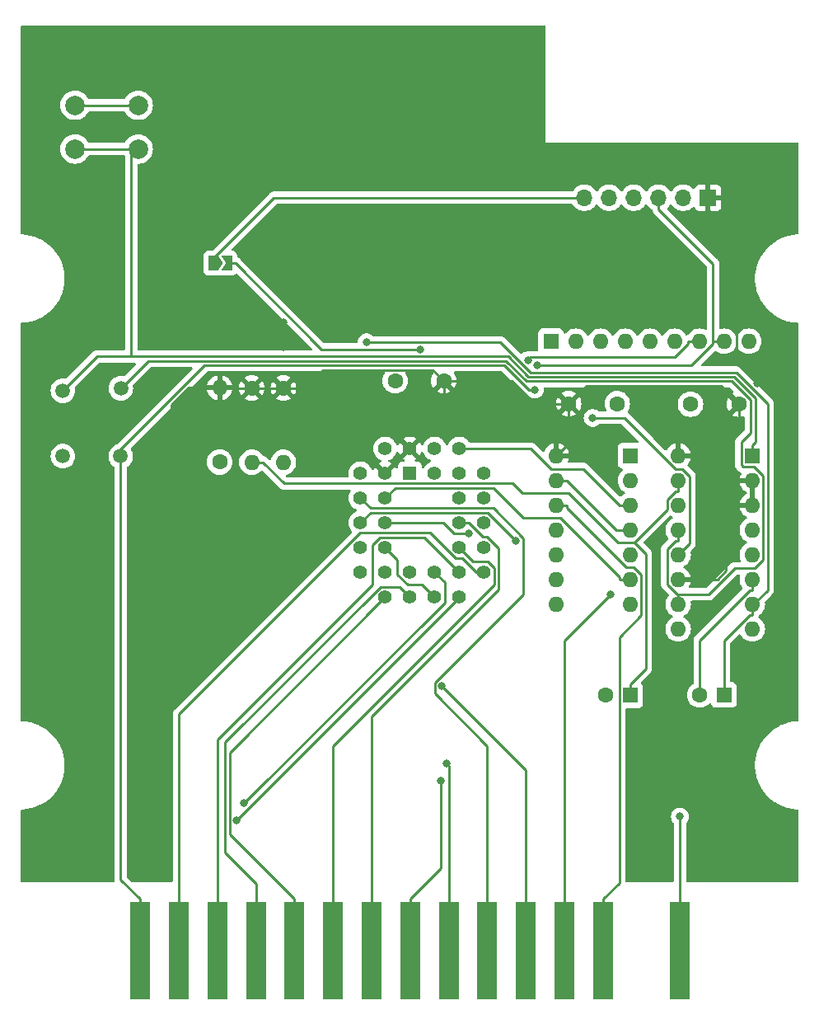
<source format=gbr>
G04 #@! TF.GenerationSoftware,KiCad,Pcbnew,7.0.10*
G04 #@! TF.CreationDate,2024-04-03T18:47:56+02:00*
G04 #@! TF.ProjectId,p2000t-multicartridge,70323030-3074-42d6-9d75-6c7469636172,rev?*
G04 #@! TF.SameCoordinates,Original*
G04 #@! TF.FileFunction,Copper,L2,Bot*
G04 #@! TF.FilePolarity,Positive*
%FSLAX46Y46*%
G04 Gerber Fmt 4.6, Leading zero omitted, Abs format (unit mm)*
G04 Created by KiCad (PCBNEW 7.0.10) date 2024-04-03 18:47:56*
%MOMM*%
%LPD*%
G01*
G04 APERTURE LIST*
G04 Aperture macros list*
%AMFreePoly0*
4,1,6,1.000000,0.000000,0.500000,-0.750000,-0.500000,-0.750000,-0.500000,0.750000,0.500000,0.750000,1.000000,0.000000,1.000000,0.000000,$1*%
%AMFreePoly1*
4,1,6,0.500000,-0.750000,-0.650000,-0.750000,-0.150000,0.000000,-0.650000,0.750000,0.500000,0.750000,0.500000,-0.750000,0.500000,-0.750000,$1*%
G04 Aperture macros list end*
G04 #@! TA.AperFunction,ComponentPad*
%ADD10C,2.000000*%
G04 #@! TD*
G04 #@! TA.AperFunction,ComponentPad*
%ADD11C,1.500000*%
G04 #@! TD*
G04 #@! TA.AperFunction,ComponentPad*
%ADD12R,1.600000X1.600000*%
G04 #@! TD*
G04 #@! TA.AperFunction,ComponentPad*
%ADD13O,1.600000X1.600000*%
G04 #@! TD*
G04 #@! TA.AperFunction,ComponentPad*
%ADD14C,1.600000*%
G04 #@! TD*
G04 #@! TA.AperFunction,ComponentPad*
%ADD15R,1.700000X1.700000*%
G04 #@! TD*
G04 #@! TA.AperFunction,ComponentPad*
%ADD16O,1.700000X1.700000*%
G04 #@! TD*
G04 #@! TA.AperFunction,SMDPad,CuDef*
%ADD17FreePoly0,0.000000*%
G04 #@! TD*
G04 #@! TA.AperFunction,SMDPad,CuDef*
%ADD18FreePoly1,0.000000*%
G04 #@! TD*
G04 #@! TA.AperFunction,SMDPad,CuDef*
%ADD19R,2.000000X10.000000*%
G04 #@! TD*
G04 #@! TA.AperFunction,ComponentPad*
%ADD20R,1.422400X1.422400*%
G04 #@! TD*
G04 #@! TA.AperFunction,ComponentPad*
%ADD21C,1.422400*%
G04 #@! TD*
G04 #@! TA.AperFunction,ViaPad*
%ADD22C,0.800000*%
G04 #@! TD*
G04 #@! TA.AperFunction,Conductor*
%ADD23C,0.250000*%
G04 #@! TD*
G04 APERTURE END LIST*
D10*
X55247000Y-52345000D03*
X48747000Y-52345000D03*
X55247000Y-56845000D03*
X48747000Y-56845000D03*
D11*
X47498000Y-81661000D03*
X47498000Y-88370000D03*
X53445000Y-88370000D03*
X53467000Y-81407000D03*
D12*
X105821000Y-88337000D03*
D13*
X105821000Y-90877000D03*
X105821000Y-93417000D03*
X105821000Y-95957000D03*
X105821000Y-98497000D03*
X105821000Y-101037000D03*
X105821000Y-103577000D03*
X98201000Y-103577000D03*
X98201000Y-101037000D03*
X98201000Y-98497000D03*
X98201000Y-95957000D03*
X98201000Y-93417000D03*
X98201000Y-90877000D03*
X98201000Y-88337000D03*
D14*
X99471000Y-83003000D03*
X104471000Y-83003000D03*
X86647000Y-80645000D03*
X81647000Y-80645000D03*
D15*
X113792000Y-61849000D03*
D16*
X111252000Y-61849000D03*
X108712000Y-61849000D03*
X106172000Y-61849000D03*
X103632000Y-61849000D03*
X101092000Y-61849000D03*
D17*
X62954000Y-68557000D03*
D18*
X64404000Y-68557000D03*
D12*
X118347000Y-88345000D03*
D13*
X118347000Y-90885000D03*
X118347000Y-93425000D03*
X118347000Y-95965000D03*
X118347000Y-98505000D03*
X118347000Y-101045000D03*
X118347000Y-103585000D03*
X118347000Y-106125000D03*
X110727000Y-106125000D03*
X110727000Y-103585000D03*
X110727000Y-101045000D03*
X110727000Y-98505000D03*
X110727000Y-95965000D03*
X110727000Y-93425000D03*
X110727000Y-90885000D03*
X110727000Y-88345000D03*
D12*
X105797000Y-112945000D03*
D14*
X103297000Y-112945000D03*
X116997000Y-83045000D03*
X111997000Y-83045000D03*
X70165000Y-81383000D03*
D13*
X70165000Y-89003000D03*
D14*
X66915000Y-81383000D03*
D13*
X66915000Y-89003000D03*
D14*
X63615000Y-88973000D03*
D13*
X63615000Y-81353000D03*
D19*
X55465000Y-139192000D03*
X59425000Y-139192000D03*
X63385000Y-139192000D03*
X67345000Y-139192000D03*
X71305000Y-139192000D03*
X75265000Y-139192000D03*
X79225000Y-139192000D03*
X83185000Y-139192000D03*
X87145000Y-139192000D03*
X91105000Y-139192000D03*
X95065000Y-139192000D03*
X99025000Y-139192000D03*
X102985000Y-139192000D03*
X110905000Y-139192000D03*
D12*
X115443000Y-112903000D03*
D14*
X112943000Y-112903000D03*
D12*
X97663000Y-76581000D03*
D13*
X100203000Y-76581000D03*
X102743000Y-76581000D03*
X105283000Y-76581000D03*
X107823000Y-76581000D03*
X110363000Y-76581000D03*
X112903000Y-76581000D03*
X115443000Y-76581000D03*
X117983000Y-76581000D03*
D20*
X83147000Y-90145000D03*
D21*
X85687000Y-87605000D03*
X85687000Y-90145000D03*
X88227000Y-87605000D03*
X90767000Y-90145000D03*
X88227000Y-90145000D03*
X90767000Y-92685000D03*
X88227000Y-92685000D03*
X90767000Y-95225000D03*
X88227000Y-95225000D03*
X90767000Y-97765000D03*
X88227000Y-97765000D03*
X90767000Y-100305000D03*
X88227000Y-102845000D03*
X88227000Y-100305000D03*
X85687000Y-102845000D03*
X85687000Y-100305000D03*
X83147000Y-102845000D03*
X83147000Y-100305000D03*
X80607000Y-102845000D03*
X78067000Y-100305000D03*
X80607000Y-100305000D03*
X78067000Y-97765000D03*
X80607000Y-97765000D03*
X78067000Y-95225000D03*
X80607000Y-95225000D03*
X78067000Y-92685000D03*
X80607000Y-92685000D03*
X78067000Y-90145000D03*
X80607000Y-87605000D03*
X80607000Y-90145000D03*
X83147000Y-87605000D03*
D22*
X110905000Y-125387000D03*
X72647000Y-72145000D03*
X70147000Y-74645000D03*
X84647000Y-58645000D03*
X70147000Y-77145000D03*
X118809900Y-80874100D03*
X84647000Y-64145000D03*
X55147000Y-126145000D03*
X65361300Y-125810200D03*
X66120900Y-124022200D03*
X89214900Y-96281300D03*
X94083400Y-97122800D03*
X86447600Y-111994700D03*
X86897600Y-119974300D03*
X86375400Y-121682600D03*
X103803300Y-102563600D03*
X96251500Y-79064100D03*
X95294200Y-78523400D03*
X84183500Y-77412000D03*
X95998400Y-81559300D03*
X101940700Y-84448000D03*
X78702300Y-76682500D03*
D23*
X81877000Y-99035000D02*
X81877000Y-100510800D01*
X80607000Y-97765000D02*
X81877000Y-99035000D01*
X82941200Y-101575000D02*
X84417000Y-101575000D01*
X84417000Y-101575000D02*
X85687000Y-102845000D01*
X81877000Y-100510800D02*
X82941200Y-101575000D01*
X110905000Y-139192000D02*
X110905000Y-125387000D01*
X48747000Y-52345000D02*
X55247000Y-52345000D01*
X113792000Y-60290000D02*
X112147000Y-58645000D01*
X99471000Y-87067000D02*
X98201000Y-88337000D01*
X86647000Y-84105000D02*
X86647000Y-80645000D01*
X58647000Y-83145000D02*
X58647000Y-99145000D01*
X70165000Y-81383000D02*
X66915000Y-81383000D01*
X60439000Y-81353000D02*
X58647000Y-83145000D01*
X85522000Y-79520000D02*
X74272000Y-79520000D01*
X101329000Y-81145000D02*
X115097000Y-81145000D01*
X113792000Y-61849000D02*
X113792000Y-60290000D01*
X115647000Y-100145000D02*
X114747000Y-101045000D01*
X116387000Y-90885000D02*
X118347000Y-90885000D01*
X99471000Y-83003000D02*
X99471000Y-87067000D01*
X83147000Y-87605000D02*
X86647000Y-84105000D01*
X70147000Y-74645000D02*
X70147000Y-77145000D01*
X66915000Y-81383000D02*
X63645000Y-81383000D01*
X72409000Y-81383000D02*
X70165000Y-81383000D01*
X115647000Y-90145000D02*
X115647000Y-92145000D01*
X116147000Y-86645000D02*
X115647000Y-87145000D01*
X84647000Y-64145000D02*
X80647000Y-64145000D01*
X113792000Y-61849000D02*
X113792000Y-63024300D01*
X115647000Y-92145000D02*
X116927000Y-93425000D01*
X58647000Y-99145000D02*
X55147000Y-102645000D01*
X96005000Y-83003000D02*
X99471000Y-83003000D01*
X115647000Y-90145000D02*
X116387000Y-90885000D01*
X74272000Y-79520000D02*
X72409000Y-81383000D01*
X99471000Y-83003000D02*
X101329000Y-81145000D01*
X55147000Y-102645000D02*
X55147000Y-126145000D01*
X80647000Y-64145000D02*
X72647000Y-72145000D01*
X112147000Y-58645000D02*
X84647000Y-58645000D01*
X116713000Y-78777200D02*
X116713000Y-65945300D01*
X86647000Y-80645000D02*
X93647000Y-80645000D01*
X114447000Y-88345000D02*
X115647000Y-87145000D01*
X116997000Y-85795000D02*
X116147000Y-86645000D01*
X93647000Y-80645000D02*
X96005000Y-83003000D01*
X115647000Y-89645000D02*
X115647000Y-90145000D01*
X63615000Y-81353000D02*
X60439000Y-81353000D01*
X114747000Y-101045000D02*
X110727000Y-101045000D01*
X116927000Y-93425000D02*
X118347000Y-93425000D01*
X116713000Y-65945300D02*
X113792000Y-63024300D01*
X115647000Y-89645000D02*
X115647000Y-90145000D01*
X115647000Y-92145000D02*
X115647000Y-100145000D01*
X86647000Y-80645000D02*
X85522000Y-79520000D01*
X110727000Y-88345000D02*
X114447000Y-88345000D01*
X115647000Y-87145000D02*
X116147000Y-86645000D01*
X63645000Y-81383000D02*
X63615000Y-81353000D01*
X116997000Y-83045000D02*
X116997000Y-85795000D01*
X115097000Y-81145000D02*
X116997000Y-83045000D01*
X115647000Y-87145000D02*
X115647000Y-89645000D01*
X118809900Y-80874100D02*
X116713000Y-78777200D01*
X80607000Y-90145000D02*
X83147000Y-87605000D01*
X88227000Y-102944500D02*
X88227000Y-102845000D01*
X65361300Y-125810200D02*
X88227000Y-102944500D01*
X85687000Y-100305000D02*
X86728300Y-101346300D01*
X86728300Y-101346300D02*
X86728300Y-103414800D01*
X86728300Y-103414800D02*
X66120900Y-124022200D01*
X80607000Y-95225000D02*
X86608700Y-95225000D01*
X87665000Y-96281300D02*
X89214900Y-96281300D01*
X86608700Y-95225000D02*
X87665000Y-96281300D01*
X91205500Y-94188400D02*
X79103600Y-94188400D01*
X79103600Y-94188400D02*
X78067000Y-95225000D01*
X94083400Y-97122800D02*
X94083400Y-97066300D01*
X94083400Y-97066300D02*
X91205500Y-94188400D01*
X104695700Y-93417000D02*
X100964300Y-89685600D01*
X97652800Y-89685600D02*
X95572200Y-87605000D01*
X95572200Y-87605000D02*
X88227000Y-87605000D01*
X100964300Y-89685600D02*
X97652800Y-89685600D01*
X105821000Y-93417000D02*
X104695700Y-93417000D01*
X95065000Y-139192000D02*
X95065000Y-120612100D01*
X95065000Y-120612100D02*
X86447600Y-111994700D01*
X94811200Y-102544600D02*
X94811200Y-96824800D01*
X94811200Y-96824800D02*
X91719500Y-93733100D01*
X91105000Y-139192000D02*
X91105000Y-118149600D01*
X85722100Y-112766700D02*
X85722100Y-111633700D01*
X91105000Y-118149600D02*
X85722100Y-112766700D01*
X79115100Y-93733100D02*
X78067000Y-92685000D01*
X91719500Y-93733100D02*
X79115100Y-93733100D01*
X85722100Y-111633700D02*
X94811200Y-102544600D01*
X87145000Y-139192000D02*
X87145000Y-133866700D01*
X87145000Y-120221700D02*
X86897600Y-119974300D01*
X87145000Y-133866700D02*
X87145000Y-120221700D01*
X83185000Y-133866700D02*
X86375400Y-130676300D01*
X83185000Y-139192000D02*
X83185000Y-133866700D01*
X86375400Y-130676300D02*
X86375400Y-121682600D01*
X79225000Y-115113000D02*
X92278100Y-102059900D01*
X91122200Y-96654300D02*
X90642600Y-96654300D01*
X79225000Y-139192000D02*
X79225000Y-115113000D01*
X89213300Y-95225000D02*
X88227000Y-95225000D01*
X92278100Y-102059900D02*
X92278100Y-97810200D01*
X92278100Y-97810200D02*
X91122200Y-96654300D01*
X90642600Y-96654300D02*
X89213300Y-95225000D01*
X91826000Y-101585300D02*
X75265000Y-118146300D01*
X88227000Y-97765000D02*
X89641100Y-99179100D01*
X75265000Y-118146300D02*
X75265000Y-133866700D01*
X75265000Y-139192000D02*
X75265000Y-133866700D01*
X91143300Y-99179100D02*
X91826000Y-99861800D01*
X89641100Y-99179100D02*
X91143300Y-99179100D01*
X91826000Y-99861800D02*
X91826000Y-101585300D01*
X64635900Y-127197600D02*
X64635900Y-118816100D01*
X64635900Y-118816100D02*
X80607000Y-102845000D01*
X71305000Y-133866700D02*
X64635900Y-127197600D01*
X71305000Y-139192000D02*
X71305000Y-133866700D01*
X64178700Y-117765700D02*
X80147600Y-101796800D01*
X67345000Y-139192000D02*
X67345000Y-132263200D01*
X82098800Y-101796800D02*
X83147000Y-102845000D01*
X64178700Y-129096900D02*
X64178700Y-117765700D01*
X80147600Y-101796800D02*
X82098800Y-101796800D01*
X67345000Y-132263200D02*
X64178700Y-129096900D01*
X79337000Y-97504100D02*
X80114300Y-96726800D01*
X63385000Y-117489800D02*
X79337000Y-101537800D01*
X79337000Y-101537800D02*
X79337000Y-97504100D01*
X80114300Y-96726800D02*
X84648800Y-96726800D01*
X63385000Y-133866700D02*
X63385000Y-117489800D01*
X63385000Y-139192000D02*
X63385000Y-133866700D01*
X84648800Y-96726800D02*
X88227000Y-100305000D01*
X88509700Y-98875600D02*
X89939100Y-100305000D01*
X78048500Y-96276400D02*
X85272600Y-96276400D01*
X89939100Y-100305000D02*
X90767000Y-100305000D01*
X85272600Y-96276400D02*
X87871800Y-98875600D01*
X87871800Y-98875600D02*
X88509700Y-98875600D01*
X59425000Y-114899900D02*
X78048500Y-96276400D01*
X59425000Y-139192000D02*
X59425000Y-114899900D01*
X106175000Y-99767000D02*
X106951600Y-100543600D01*
X105395000Y-99767000D02*
X106175000Y-99767000D01*
X104671600Y-132180100D02*
X102985000Y-133866700D01*
X106951600Y-104702400D02*
X104671600Y-106982400D01*
X98201000Y-93417000D02*
X99326300Y-93417000D01*
X99326300Y-93417000D02*
X99326300Y-93698300D01*
X99326300Y-93698300D02*
X105395000Y-99767000D01*
X102985000Y-139192000D02*
X102985000Y-133866700D01*
X106951600Y-100543600D02*
X106951600Y-104702400D01*
X104671600Y-106982400D02*
X104671600Y-132180100D01*
X98201000Y-90877000D02*
X99326300Y-90877000D01*
X104406300Y-95957000D02*
X99326300Y-90877000D01*
X105821000Y-95957000D02*
X104406300Y-95957000D01*
X99025000Y-107341900D02*
X99025000Y-139192000D01*
X103803300Y-102563600D02*
X99025000Y-107341900D01*
X114317700Y-68630000D02*
X114317700Y-76581000D01*
X112115900Y-79064100D02*
X96251500Y-79064100D01*
X114317700Y-76581000D02*
X114317700Y-76862300D01*
X115443000Y-76581000D02*
X114317700Y-76581000D01*
X108712000Y-61849000D02*
X108712000Y-63024300D01*
X114317700Y-76862300D02*
X112115900Y-79064100D01*
X108712000Y-63024300D02*
X114317700Y-68630000D01*
X112903000Y-76581000D02*
X111777700Y-76581000D01*
X111777700Y-76832400D02*
X111777700Y-76581000D01*
X95294200Y-78523400D02*
X95595100Y-78222500D01*
X95595100Y-78222500D02*
X110387600Y-78222500D01*
X110387600Y-78222500D02*
X111777700Y-76832400D01*
X69175000Y-61849000D02*
X62954000Y-68070000D01*
X101092000Y-61849000D02*
X69175000Y-61849000D01*
X62954000Y-68070000D02*
X62954000Y-68557000D01*
X98589900Y-94687000D02*
X94821900Y-94687000D01*
X91782300Y-91647400D02*
X81644600Y-91647400D01*
X94821900Y-94687000D02*
X91782300Y-91647400D01*
X104695700Y-101037000D02*
X104695700Y-100792800D01*
X104695700Y-100792800D02*
X98589900Y-94687000D01*
X81644600Y-91647400D02*
X80607000Y-92685000D01*
X105821000Y-101037000D02*
X104695700Y-101037000D01*
X65229300Y-68557000D02*
X74084300Y-77412000D01*
X74084300Y-77412000D02*
X84183500Y-77412000D01*
X64404000Y-68557000D02*
X65229300Y-68557000D01*
X95393300Y-81559300D02*
X92879500Y-79045500D01*
X53445000Y-87679400D02*
X53445000Y-88370000D01*
X55465000Y-139192000D02*
X55465000Y-133866700D01*
X62078900Y-79045500D02*
X53445000Y-87679400D01*
X110493300Y-89751600D02*
X105189700Y-84448000D01*
X53445000Y-88370000D02*
X53445000Y-131846700D01*
X53445000Y-131846700D02*
X55465000Y-133866700D01*
X92879500Y-79045500D02*
X62078900Y-79045500D01*
X111185900Y-89751600D02*
X110493300Y-89751600D01*
X95998400Y-81559300D02*
X95393300Y-81559300D01*
X110727000Y-98505000D02*
X111899600Y-97332400D01*
X111899600Y-97332400D02*
X111899600Y-90465300D01*
X105189700Y-84448000D02*
X101940700Y-84448000D01*
X111899600Y-90465300D02*
X111185900Y-89751600D01*
X93743800Y-91181700D02*
X70219000Y-91181700D01*
X109601700Y-92854200D02*
X110445600Y-92010300D01*
X105797000Y-112945000D02*
X105797000Y-111819700D01*
X110727000Y-90885000D02*
X110727000Y-92010300D01*
X107402000Y-110214700D02*
X107402000Y-98414900D01*
X94709100Y-92147000D02*
X93743800Y-91181700D01*
X106214100Y-97227000D02*
X104546300Y-97227000D01*
X107402000Y-98414900D02*
X106214100Y-97227000D01*
X66915000Y-89003000D02*
X68040300Y-89003000D01*
X99466300Y-92147000D02*
X94709100Y-92147000D01*
X109601700Y-93839400D02*
X109601700Y-92854200D01*
X104546300Y-97227000D02*
X99466300Y-92147000D01*
X70219000Y-91181700D02*
X68040300Y-89003000D01*
X110445600Y-92010300D02*
X110727000Y-92010300D01*
X105797000Y-111819700D02*
X107402000Y-110214700D01*
X106214100Y-97227000D02*
X109601700Y-93839400D01*
X112943000Y-107293000D02*
X112943000Y-112903000D01*
X118347000Y-102170300D02*
X118065700Y-102170300D01*
X118065700Y-102170300D02*
X112943000Y-107293000D01*
X118347000Y-101045000D02*
X118347000Y-102170300D01*
X116699400Y-79789500D02*
X95534200Y-79789500D01*
X118065700Y-104710300D02*
X115443000Y-107333000D01*
X118347000Y-104147600D02*
X118347000Y-104710300D01*
X118347000Y-104147600D02*
X118347000Y-104043200D01*
X95534200Y-79789500D02*
X92427200Y-76682500D01*
X92427200Y-76682500D02*
X78702300Y-76682500D01*
X119922600Y-83012700D02*
X116699400Y-79789500D01*
X118347000Y-103699500D02*
X118347000Y-104043200D01*
X118347000Y-104710300D02*
X118065700Y-104710300D01*
X118347000Y-103699500D02*
X119922600Y-102123900D01*
X115443000Y-107333000D02*
X115443000Y-112903000D01*
X118347000Y-103585000D02*
X118347000Y-103699500D01*
X119922600Y-102123900D02*
X119922600Y-83012700D01*
X54514900Y-56845000D02*
X54514900Y-78144800D01*
X118347000Y-88345000D02*
X118347000Y-87219700D01*
X118684700Y-82411700D02*
X116512800Y-80239800D01*
X95347600Y-80239800D02*
X93252600Y-78144800D01*
X93252600Y-78144800D02*
X54514900Y-78144800D01*
X48747000Y-56845000D02*
X54514900Y-56845000D01*
X54514900Y-78144800D02*
X51014200Y-78144800D01*
X118347000Y-87219700D02*
X118684700Y-86882000D01*
X54514900Y-56845000D02*
X55247000Y-56845000D01*
X118684700Y-86882000D02*
X118684700Y-82411700D01*
X116512800Y-80239800D02*
X95347600Y-80239800D01*
X51014200Y-78144800D02*
X47498000Y-81661000D01*
X117221600Y-86920500D02*
X118178300Y-85963800D01*
X110641100Y-102575700D02*
X110727000Y-102575700D01*
X119472300Y-90415300D02*
X118527400Y-89470400D01*
X110727000Y-97090300D02*
X110445600Y-97090300D01*
X110727000Y-95965000D02*
X110727000Y-97090300D01*
X110445600Y-97090300D02*
X109601700Y-97934200D01*
X119472300Y-98999000D02*
X119472300Y-90415300D01*
X118527400Y-89470400D02*
X117384800Y-89470400D01*
X118178300Y-82621800D02*
X116246600Y-80690100D01*
X95161000Y-80690100D02*
X93066000Y-78595100D01*
X109601700Y-101536300D02*
X110641100Y-102575700D01*
X118566000Y-99905300D02*
X119472300Y-98999000D01*
X110727000Y-103585000D02*
X110727000Y-102661600D01*
X93066000Y-78595100D02*
X56278900Y-78595100D01*
X113861300Y-102575700D02*
X116531700Y-99905300D01*
X110727000Y-102575700D02*
X110727000Y-102661600D01*
X109601700Y-97934200D02*
X109601700Y-101536300D01*
X56278900Y-78595100D02*
X53467000Y-81407000D01*
X116531700Y-99905300D02*
X118566000Y-99905300D01*
X116246600Y-80690100D02*
X95161000Y-80690100D01*
X118178300Y-85963800D02*
X118178300Y-82621800D01*
X110727000Y-102575700D02*
X113861300Y-102575700D01*
X117384800Y-89470400D02*
X117221600Y-89307200D01*
X117221600Y-89307200D02*
X117221600Y-86920500D01*
G04 #@! TA.AperFunction,Conductor*
G36*
X97063621Y-44190502D02*
G01*
X97110114Y-44244158D01*
X97121500Y-44296500D01*
X97121500Y-56114867D01*
X97119398Y-56125435D01*
X97119399Y-56144999D01*
X97121498Y-56150067D01*
X97121499Y-56150072D01*
X97121500Y-56150072D01*
X97127483Y-56164517D01*
X97147000Y-56172601D01*
X97166575Y-56172601D01*
X97177137Y-56170500D01*
X122995500Y-56170500D01*
X123063621Y-56190502D01*
X123110114Y-56244158D01*
X123121500Y-56296500D01*
X123121500Y-65493500D01*
X123101498Y-65561621D01*
X123047842Y-65608114D01*
X122995500Y-65619500D01*
X122937774Y-65619500D01*
X122521106Y-65658110D01*
X122521102Y-65658110D01*
X122521099Y-65658111D01*
X122109778Y-65734999D01*
X122109770Y-65735001D01*
X121707299Y-65849516D01*
X121317106Y-66000676D01*
X120942511Y-66187203D01*
X120586760Y-66407474D01*
X120586745Y-66407484D01*
X120252815Y-66659656D01*
X120252808Y-66659661D01*
X119943569Y-66941569D01*
X119661661Y-67250808D01*
X119661656Y-67250815D01*
X119409484Y-67584745D01*
X119409474Y-67584760D01*
X119189203Y-67940511D01*
X119002676Y-68315106D01*
X118851516Y-68705299D01*
X118737001Y-69107770D01*
X118736999Y-69107778D01*
X118660111Y-69519099D01*
X118660110Y-69519106D01*
X118621500Y-69935774D01*
X118621500Y-70354226D01*
X118660110Y-70770894D01*
X118660111Y-70770900D01*
X118736999Y-71182221D01*
X118737001Y-71182229D01*
X118790287Y-71369505D01*
X118851516Y-71584701D01*
X119002678Y-71974897D01*
X119189199Y-72349481D01*
X119189201Y-72349485D01*
X119189203Y-72349488D01*
X119409474Y-72705239D01*
X119409484Y-72705254D01*
X119661656Y-73039184D01*
X119661661Y-73039191D01*
X119943569Y-73348430D01*
X120252808Y-73630338D01*
X120252811Y-73630340D01*
X120586743Y-73882514D01*
X120586745Y-73882515D01*
X120586760Y-73882525D01*
X120694601Y-73949297D01*
X120942519Y-74102801D01*
X121317103Y-74289322D01*
X121707299Y-74440484D01*
X122022662Y-74530213D01*
X122109770Y-74554998D01*
X122109778Y-74555000D01*
X122521106Y-74631890D01*
X122937774Y-74670500D01*
X122995500Y-74670500D01*
X123063621Y-74690502D01*
X123110114Y-74744158D01*
X123121500Y-74796500D01*
X123121500Y-77839928D01*
X123121501Y-83439929D01*
X123121501Y-94839928D01*
X123121500Y-100451927D01*
X123121500Y-115493500D01*
X123101498Y-115561621D01*
X123047842Y-115608114D01*
X122995500Y-115619500D01*
X122937774Y-115619500D01*
X122521106Y-115658110D01*
X122521102Y-115658110D01*
X122521099Y-115658111D01*
X122109778Y-115734999D01*
X122109770Y-115735001D01*
X121707299Y-115849516D01*
X121317106Y-116000676D01*
X120942511Y-116187203D01*
X120586760Y-116407474D01*
X120586745Y-116407484D01*
X120252815Y-116659656D01*
X120252808Y-116659661D01*
X119943569Y-116941569D01*
X119661661Y-117250808D01*
X119661656Y-117250815D01*
X119409484Y-117584745D01*
X119409474Y-117584760D01*
X119189203Y-117940511D01*
X119002676Y-118315106D01*
X118851516Y-118705299D01*
X118737001Y-119107770D01*
X118736999Y-119107778D01*
X118675391Y-119437358D01*
X118660110Y-119519106D01*
X118621500Y-119935774D01*
X118621500Y-120354226D01*
X118651698Y-120680111D01*
X118660111Y-120770900D01*
X118736999Y-121182221D01*
X118737001Y-121182229D01*
X118790287Y-121369505D01*
X118851516Y-121584701D01*
X119002678Y-121974897D01*
X119189199Y-122349481D01*
X119189201Y-122349485D01*
X119189203Y-122349488D01*
X119409474Y-122705239D01*
X119409484Y-122705254D01*
X119661656Y-123039184D01*
X119661661Y-123039191D01*
X119943569Y-123348430D01*
X120252808Y-123630338D01*
X120252811Y-123630340D01*
X120586743Y-123882514D01*
X120586745Y-123882515D01*
X120586760Y-123882525D01*
X120694601Y-123949297D01*
X120942519Y-124102801D01*
X121317103Y-124289322D01*
X121707299Y-124440484D01*
X122022662Y-124530213D01*
X122109770Y-124554998D01*
X122109778Y-124555000D01*
X122521106Y-124631890D01*
X122937774Y-124670500D01*
X122995500Y-124670500D01*
X123063621Y-124690502D01*
X123110114Y-124744158D01*
X123121500Y-124796500D01*
X123121500Y-132019000D01*
X123101498Y-132087121D01*
X123047842Y-132133614D01*
X122995500Y-132145000D01*
X111664500Y-132145000D01*
X111596379Y-132124998D01*
X111549886Y-132071342D01*
X111538500Y-132019000D01*
X111538500Y-126089524D01*
X111558502Y-126021403D01*
X111570858Y-126005220D01*
X111644040Y-125923944D01*
X111739527Y-125758556D01*
X111798542Y-125576928D01*
X111818504Y-125387000D01*
X111798542Y-125197072D01*
X111739527Y-125015444D01*
X111644040Y-124850056D01*
X111644038Y-124850054D01*
X111644034Y-124850048D01*
X111516255Y-124708135D01*
X111361752Y-124595882D01*
X111187288Y-124518206D01*
X111000487Y-124478500D01*
X110809513Y-124478500D01*
X110622711Y-124518206D01*
X110448247Y-124595882D01*
X110293744Y-124708135D01*
X110165965Y-124850048D01*
X110165958Y-124850058D01*
X110070476Y-125015438D01*
X110070473Y-125015445D01*
X110011457Y-125197072D01*
X109991496Y-125387000D01*
X110011457Y-125576927D01*
X110041526Y-125669470D01*
X110070473Y-125758556D01*
X110165960Y-125923944D01*
X110239137Y-126005215D01*
X110269853Y-126069220D01*
X110271500Y-126089524D01*
X110271500Y-132019000D01*
X110251498Y-132087121D01*
X110197842Y-132133614D01*
X110145500Y-132145000D01*
X105431100Y-132145000D01*
X105362979Y-132124998D01*
X105316486Y-132071342D01*
X105305100Y-132019000D01*
X105305100Y-114379500D01*
X105325102Y-114311379D01*
X105378758Y-114264886D01*
X105431100Y-114253500D01*
X106645632Y-114253500D01*
X106645638Y-114253500D01*
X106645645Y-114253499D01*
X106645649Y-114253499D01*
X106706196Y-114246990D01*
X106706199Y-114246989D01*
X106706201Y-114246989D01*
X106843204Y-114195889D01*
X106865389Y-114179282D01*
X106960261Y-114108261D01*
X107047887Y-113991207D01*
X107047887Y-113991206D01*
X107047889Y-113991204D01*
X107098989Y-113854201D01*
X107103505Y-113812201D01*
X107105499Y-113793649D01*
X107105500Y-113793632D01*
X107105500Y-112096367D01*
X107105499Y-112096350D01*
X107098990Y-112035803D01*
X107098988Y-112035795D01*
X107062811Y-111938804D01*
X107047889Y-111898796D01*
X107047888Y-111898794D01*
X107047887Y-111898792D01*
X106960261Y-111781738D01*
X106945479Y-111770673D01*
X106902932Y-111713837D01*
X106897867Y-111643022D01*
X106931891Y-111580712D01*
X107790660Y-110721943D01*
X107803098Y-110711980D01*
X107802910Y-110711753D01*
X107809016Y-110706701D01*
X107809015Y-110706701D01*
X107809018Y-110706700D01*
X107855662Y-110657027D01*
X107858352Y-110654251D01*
X107878135Y-110634470D01*
X107880614Y-110631273D01*
X107888311Y-110622259D01*
X107918586Y-110590021D01*
X107928346Y-110572265D01*
X107939195Y-110555750D01*
X107951614Y-110539741D01*
X107969179Y-110499146D01*
X107974384Y-110488521D01*
X107995695Y-110449760D01*
X108000733Y-110430134D01*
X108007137Y-110411432D01*
X108015180Y-110392847D01*
X108015179Y-110392847D01*
X108015181Y-110392845D01*
X108022096Y-110349181D01*
X108024504Y-110337552D01*
X108035500Y-110294730D01*
X108035500Y-110274475D01*
X108037051Y-110254763D01*
X108040220Y-110234757D01*
X108036059Y-110190736D01*
X108035500Y-110178879D01*
X108035500Y-98498755D01*
X108037249Y-98482914D01*
X108036956Y-98482887D01*
X108037701Y-98474994D01*
X108037702Y-98474991D01*
X108035562Y-98406913D01*
X108035500Y-98402954D01*
X108035500Y-98375049D01*
X108035500Y-98375044D01*
X108034992Y-98371030D01*
X108034061Y-98359197D01*
X108033880Y-98353433D01*
X108032673Y-98315010D01*
X108027022Y-98295563D01*
X108023012Y-98276200D01*
X108022092Y-98268913D01*
X108020474Y-98256103D01*
X108004195Y-98214990D01*
X108000353Y-98203769D01*
X107988018Y-98161307D01*
X107977705Y-98143869D01*
X107969010Y-98126122D01*
X107961552Y-98107283D01*
X107935568Y-98071520D01*
X107929051Y-98061599D01*
X107906541Y-98023535D01*
X107892218Y-98009212D01*
X107879377Y-97994179D01*
X107877362Y-97991406D01*
X107867472Y-97977793D01*
X107867248Y-97977608D01*
X107833405Y-97949610D01*
X107824626Y-97941621D01*
X107199099Y-97316094D01*
X107165073Y-97253782D01*
X107170138Y-97182967D01*
X107199099Y-97137904D01*
X108499825Y-95837178D01*
X109821531Y-94515472D01*
X109883841Y-94481448D01*
X109954656Y-94486513D01*
X109982895Y-94501356D01*
X110003058Y-94515474D01*
X110070251Y-94562523D01*
X110092301Y-94572805D01*
X110109457Y-94580805D01*
X110162742Y-94627722D01*
X110182203Y-94695999D01*
X110161661Y-94763959D01*
X110109457Y-94809195D01*
X110070250Y-94827477D01*
X109882703Y-94958799D01*
X109882697Y-94958804D01*
X109720804Y-95120697D01*
X109720799Y-95120703D01*
X109589477Y-95308250D01*
X109492717Y-95515753D01*
X109492716Y-95515757D01*
X109433457Y-95736913D01*
X109413502Y-95965000D01*
X109432151Y-96178165D01*
X109433457Y-96193086D01*
X109492715Y-96414240D01*
X109492717Y-96414246D01*
X109589478Y-96621752D01*
X109705416Y-96787329D01*
X109728104Y-96854603D01*
X109710819Y-96923463D01*
X109691299Y-96948694D01*
X109213038Y-97426956D01*
X109200603Y-97436919D01*
X109200791Y-97437146D01*
X109194682Y-97442199D01*
X109148070Y-97491835D01*
X109145320Y-97494673D01*
X109125563Y-97514431D01*
X109123074Y-97517639D01*
X109115388Y-97526636D01*
X109085118Y-97558873D01*
X109085111Y-97558883D01*
X109075351Y-97576635D01*
X109064503Y-97593150D01*
X109052086Y-97609158D01*
X109034524Y-97649740D01*
X109029304Y-97660395D01*
X109008005Y-97699139D01*
X109008003Y-97699144D01*
X109002967Y-97718759D01*
X108996564Y-97737462D01*
X108988519Y-97756052D01*
X108981601Y-97799725D01*
X108979195Y-97811342D01*
X108968200Y-97854168D01*
X108968200Y-97874423D01*
X108966649Y-97894133D01*
X108963480Y-97914142D01*
X108963480Y-97914143D01*
X108966475Y-97945827D01*
X108967641Y-97958161D01*
X108968200Y-97970019D01*
X108968200Y-101452446D01*
X108966451Y-101468288D01*
X108966744Y-101468316D01*
X108965998Y-101476207D01*
X108968138Y-101544284D01*
X108968200Y-101548243D01*
X108968200Y-101576151D01*
X108968201Y-101576169D01*
X108968707Y-101580177D01*
X108969637Y-101591996D01*
X108971026Y-101636188D01*
X108971027Y-101636193D01*
X108976677Y-101655639D01*
X108980686Y-101674997D01*
X108983225Y-101695093D01*
X108983226Y-101695100D01*
X108999500Y-101736203D01*
X109003344Y-101747429D01*
X109015682Y-101789893D01*
X109025994Y-101807331D01*
X109034688Y-101825079D01*
X109042144Y-101843909D01*
X109042150Y-101843920D01*
X109068132Y-101879681D01*
X109074649Y-101889601D01*
X109097158Y-101927662D01*
X109097159Y-101927663D01*
X109097161Y-101927666D01*
X109111479Y-101941984D01*
X109124317Y-101957014D01*
X109136226Y-101973404D01*
X109136230Y-101973409D01*
X109170298Y-102001592D01*
X109179078Y-102009582D01*
X109726404Y-102556908D01*
X109760430Y-102619220D01*
X109755365Y-102690035D01*
X109726404Y-102735098D01*
X109720804Y-102740697D01*
X109720799Y-102740703D01*
X109589477Y-102928250D01*
X109492717Y-103135753D01*
X109492715Y-103135759D01*
X109433457Y-103356913D01*
X109413502Y-103585000D01*
X109433457Y-103813086D01*
X109492715Y-104034240D01*
X109492717Y-104034246D01*
X109589477Y-104241749D01*
X109715197Y-104421296D01*
X109720802Y-104429300D01*
X109882700Y-104591198D01*
X110070251Y-104722523D01*
X110090873Y-104732139D01*
X110109457Y-104740805D01*
X110162742Y-104787722D01*
X110182203Y-104855999D01*
X110161661Y-104923959D01*
X110109457Y-104969195D01*
X110070250Y-104987477D01*
X109882703Y-105118799D01*
X109882697Y-105118804D01*
X109720804Y-105280697D01*
X109720799Y-105280703D01*
X109589477Y-105468250D01*
X109492717Y-105675753D01*
X109492715Y-105675759D01*
X109433457Y-105896913D01*
X109413502Y-106125000D01*
X109433457Y-106353086D01*
X109492715Y-106574240D01*
X109492717Y-106574246D01*
X109589477Y-106781749D01*
X109718899Y-106966583D01*
X109720802Y-106969300D01*
X109882700Y-107131198D01*
X110070251Y-107262523D01*
X110277757Y-107359284D01*
X110498913Y-107418543D01*
X110727000Y-107438498D01*
X110955087Y-107418543D01*
X111176243Y-107359284D01*
X111383749Y-107262523D01*
X111571300Y-107131198D01*
X111733198Y-106969300D01*
X111864523Y-106781749D01*
X111961284Y-106574243D01*
X112020543Y-106353087D01*
X112040498Y-106125000D01*
X112020543Y-105896913D01*
X111961284Y-105675757D01*
X111864523Y-105468251D01*
X111733198Y-105280700D01*
X111571300Y-105118802D01*
X111523471Y-105085312D01*
X111393443Y-104994265D01*
X111383749Y-104987477D01*
X111344543Y-104969195D01*
X111291258Y-104922279D01*
X111271796Y-104854002D01*
X111292337Y-104786042D01*
X111344543Y-104740805D01*
X111346997Y-104739660D01*
X111383749Y-104722523D01*
X111571300Y-104591198D01*
X111733198Y-104429300D01*
X111864523Y-104241749D01*
X111961284Y-104034243D01*
X112020543Y-103813087D01*
X112040498Y-103585000D01*
X112020543Y-103356913D01*
X112020542Y-103356909D01*
X112020063Y-103351433D01*
X112021214Y-103351332D01*
X112028440Y-103286523D01*
X112073206Y-103231418D01*
X112140658Y-103209264D01*
X112144658Y-103209200D01*
X113777447Y-103209200D01*
X113793288Y-103210949D01*
X113793316Y-103210656D01*
X113801202Y-103211400D01*
X113801209Y-103211402D01*
X113869286Y-103209262D01*
X113873245Y-103209200D01*
X113901151Y-103209200D01*
X113901156Y-103209200D01*
X113905167Y-103208692D01*
X113916999Y-103207761D01*
X113961189Y-103206373D01*
X113980647Y-103200719D01*
X113999994Y-103196713D01*
X114020097Y-103194174D01*
X114061210Y-103177895D01*
X114072430Y-103174053D01*
X114097213Y-103166854D01*
X114114891Y-103161719D01*
X114114895Y-103161717D01*
X114132326Y-103151408D01*
X114150080Y-103142709D01*
X114168917Y-103135252D01*
X114204692Y-103109258D01*
X114214598Y-103102751D01*
X114252662Y-103080242D01*
X114266985Y-103065918D01*
X114282024Y-103053074D01*
X114283709Y-103051850D01*
X114298407Y-103041172D01*
X114326603Y-103007086D01*
X114334562Y-102998340D01*
X116757202Y-100575702D01*
X116819512Y-100541679D01*
X116846295Y-100538800D01*
X116963771Y-100538800D01*
X117031892Y-100558802D01*
X117078385Y-100612458D01*
X117088489Y-100682732D01*
X117085478Y-100697406D01*
X117053457Y-100816913D01*
X117033502Y-101045000D01*
X117053457Y-101273087D01*
X117072623Y-101344616D01*
X117112715Y-101494240D01*
X117112717Y-101494246D01*
X117209477Y-101701749D01*
X117325458Y-101867387D01*
X117348146Y-101934661D01*
X117330861Y-102003522D01*
X117311340Y-102028753D01*
X112554336Y-106785757D01*
X112541901Y-106795721D01*
X112542089Y-106795948D01*
X112535979Y-106801002D01*
X112489370Y-106850635D01*
X112486620Y-106853473D01*
X112466863Y-106873231D01*
X112464374Y-106876439D01*
X112456688Y-106885436D01*
X112426418Y-106917673D01*
X112426411Y-106917683D01*
X112416651Y-106935435D01*
X112405803Y-106951950D01*
X112393386Y-106967958D01*
X112375824Y-107008540D01*
X112370604Y-107019195D01*
X112349305Y-107057939D01*
X112349303Y-107057944D01*
X112344267Y-107077559D01*
X112337864Y-107096262D01*
X112329819Y-107114852D01*
X112322901Y-107158525D01*
X112320495Y-107170142D01*
X112309500Y-107212968D01*
X112309500Y-107233223D01*
X112307949Y-107252933D01*
X112306430Y-107262523D01*
X112304780Y-107272943D01*
X112305648Y-107282123D01*
X112308941Y-107316961D01*
X112309500Y-107328819D01*
X112309500Y-111683606D01*
X112289498Y-111751727D01*
X112255771Y-111786819D01*
X112098703Y-111896799D01*
X112098697Y-111896804D01*
X111936804Y-112058697D01*
X111936799Y-112058703D01*
X111805477Y-112246250D01*
X111708717Y-112453753D01*
X111708715Y-112453759D01*
X111649457Y-112674913D01*
X111629502Y-112903000D01*
X111649457Y-113131087D01*
X111668943Y-113203809D01*
X111708715Y-113352240D01*
X111708717Y-113352246D01*
X111728302Y-113394246D01*
X111805477Y-113559749D01*
X111936802Y-113747300D01*
X112098700Y-113909198D01*
X112286251Y-114040523D01*
X112493757Y-114137284D01*
X112714913Y-114196543D01*
X112943000Y-114216498D01*
X113171087Y-114196543D01*
X113392243Y-114137284D01*
X113599749Y-114040523D01*
X113787300Y-113909198D01*
X113932640Y-113763857D01*
X113994948Y-113729835D01*
X114065764Y-113734899D01*
X114122600Y-113777446D01*
X114139787Y-113808922D01*
X114192110Y-113949202D01*
X114192112Y-113949207D01*
X114279738Y-114066261D01*
X114396792Y-114153887D01*
X114396794Y-114153888D01*
X114396796Y-114153889D01*
X114455875Y-114175924D01*
X114533795Y-114204988D01*
X114533803Y-114204990D01*
X114594350Y-114211499D01*
X114594355Y-114211499D01*
X114594362Y-114211500D01*
X114594368Y-114211500D01*
X116291632Y-114211500D01*
X116291638Y-114211500D01*
X116291645Y-114211499D01*
X116291649Y-114211499D01*
X116352196Y-114204990D01*
X116352199Y-114204989D01*
X116352201Y-114204989D01*
X116489204Y-114153889D01*
X116511389Y-114137282D01*
X116606261Y-114066261D01*
X116693887Y-113949207D01*
X116693887Y-113949206D01*
X116693889Y-113949204D01*
X116744989Y-113812201D01*
X116746984Y-113793649D01*
X116751499Y-113751649D01*
X116751500Y-113751632D01*
X116751500Y-112054367D01*
X116751499Y-112054350D01*
X116744990Y-111993803D01*
X116744988Y-111993795D01*
X116708811Y-111896804D01*
X116693889Y-111856796D01*
X116693888Y-111856794D01*
X116693887Y-111856792D01*
X116606261Y-111739738D01*
X116489207Y-111652112D01*
X116489202Y-111652110D01*
X116352204Y-111601011D01*
X116352196Y-111601009D01*
X116291649Y-111594500D01*
X116291638Y-111594500D01*
X116202500Y-111594500D01*
X116134379Y-111574498D01*
X116087886Y-111520842D01*
X116076500Y-111468500D01*
X116076500Y-107647593D01*
X116096502Y-107579472D01*
X116113395Y-107558508D01*
X116980689Y-106691213D01*
X117042998Y-106657191D01*
X117113813Y-106662255D01*
X117170649Y-106704802D01*
X117183976Y-106727062D01*
X117209475Y-106781747D01*
X117339862Y-106967958D01*
X117340802Y-106969300D01*
X117502700Y-107131198D01*
X117690251Y-107262523D01*
X117897757Y-107359284D01*
X118118913Y-107418543D01*
X118347000Y-107438498D01*
X118575087Y-107418543D01*
X118796243Y-107359284D01*
X119003749Y-107262523D01*
X119191300Y-107131198D01*
X119353198Y-106969300D01*
X119484523Y-106781749D01*
X119581284Y-106574243D01*
X119640543Y-106353087D01*
X119660498Y-106125000D01*
X119640543Y-105896913D01*
X119581284Y-105675757D01*
X119484523Y-105468251D01*
X119353198Y-105280700D01*
X119191300Y-105118802D01*
X119143471Y-105085312D01*
X119013443Y-104994265D01*
X118969115Y-104938808D01*
X118961806Y-104868189D01*
X118961946Y-104867443D01*
X118964805Y-104852455D01*
X118966525Y-104844754D01*
X118980500Y-104790330D01*
X118980500Y-104790318D01*
X118980641Y-104789208D01*
X118980998Y-104788387D01*
X118982472Y-104782650D01*
X118983396Y-104782887D01*
X119009017Y-104724129D01*
X119033379Y-104701776D01*
X119191291Y-104591204D01*
X119191300Y-104591198D01*
X119353198Y-104429300D01*
X119484523Y-104241749D01*
X119581284Y-104034243D01*
X119640543Y-103813087D01*
X119660498Y-103585000D01*
X119641234Y-103364817D01*
X119655223Y-103295215D01*
X119677657Y-103264746D01*
X120311260Y-102631143D01*
X120323698Y-102621180D01*
X120323510Y-102620953D01*
X120329616Y-102615901D01*
X120329615Y-102615901D01*
X120329618Y-102615900D01*
X120376262Y-102566227D01*
X120378952Y-102563451D01*
X120398735Y-102543670D01*
X120401214Y-102540473D01*
X120408911Y-102531459D01*
X120439186Y-102499221D01*
X120448946Y-102481465D01*
X120459795Y-102464950D01*
X120472214Y-102448941D01*
X120489779Y-102408346D01*
X120494984Y-102397721D01*
X120516295Y-102358960D01*
X120521333Y-102339334D01*
X120527737Y-102320632D01*
X120535781Y-102302045D01*
X120542696Y-102258381D01*
X120545104Y-102246752D01*
X120556100Y-102203930D01*
X120556100Y-102183675D01*
X120557651Y-102163963D01*
X120560820Y-102143957D01*
X120557278Y-102106488D01*
X120556659Y-102099936D01*
X120556100Y-102088079D01*
X120556100Y-83096555D01*
X120557849Y-83080714D01*
X120557556Y-83080687D01*
X120558301Y-83072794D01*
X120558302Y-83072791D01*
X120556162Y-83004713D01*
X120556100Y-83000754D01*
X120556100Y-82972849D01*
X120556100Y-82972844D01*
X120555592Y-82968830D01*
X120554661Y-82956997D01*
X120554627Y-82955904D01*
X120553273Y-82912810D01*
X120547622Y-82893363D01*
X120543612Y-82874000D01*
X120541074Y-82853903D01*
X120538783Y-82848118D01*
X120524797Y-82812794D01*
X120520953Y-82801569D01*
X120508618Y-82759107D01*
X120498306Y-82741670D01*
X120489610Y-82723921D01*
X120482152Y-82705083D01*
X120456152Y-82669298D01*
X120449659Y-82659414D01*
X120427142Y-82621338D01*
X120412814Y-82607010D01*
X120399984Y-82591989D01*
X120388072Y-82575593D01*
X120388069Y-82575591D01*
X120388069Y-82575590D01*
X120353994Y-82547400D01*
X120345216Y-82539412D01*
X117206644Y-79400839D01*
X117196679Y-79388401D01*
X117196452Y-79388590D01*
X117191401Y-79382484D01*
X117191400Y-79382482D01*
X117141748Y-79335856D01*
X117138905Y-79333100D01*
X117119177Y-79313371D01*
X117119171Y-79313366D01*
X117115967Y-79310880D01*
X117106956Y-79303183D01*
X117074725Y-79272917D01*
X117074719Y-79272913D01*
X117056963Y-79263151D01*
X117040447Y-79252302D01*
X117024441Y-79239886D01*
X116983864Y-79222327D01*
X116973207Y-79217105D01*
X116934463Y-79195806D01*
X116934460Y-79195805D01*
X116914836Y-79190766D01*
X116896136Y-79184364D01*
X116877545Y-79176319D01*
X116877543Y-79176318D01*
X116877541Y-79176318D01*
X116833874Y-79169401D01*
X116822255Y-79166995D01*
X116779430Y-79156000D01*
X116759176Y-79156000D01*
X116739466Y-79154449D01*
X116719457Y-79151280D01*
X116675439Y-79155441D01*
X116663581Y-79156000D01*
X113224094Y-79156000D01*
X113155973Y-79135998D01*
X113109480Y-79082342D01*
X113099376Y-79012068D01*
X113128870Y-78947488D01*
X113134999Y-78940905D01*
X113789236Y-78286668D01*
X114459247Y-77616656D01*
X114521557Y-77582633D01*
X114592372Y-77587697D01*
X114620609Y-77602539D01*
X114786251Y-77718523D01*
X114993757Y-77815284D01*
X115214913Y-77874543D01*
X115443000Y-77894498D01*
X115671087Y-77874543D01*
X115892243Y-77815284D01*
X116099749Y-77718523D01*
X116287300Y-77587198D01*
X116449198Y-77425300D01*
X116580523Y-77237749D01*
X116598805Y-77198543D01*
X116645721Y-77145258D01*
X116713998Y-77125796D01*
X116781958Y-77146337D01*
X116827195Y-77198543D01*
X116845477Y-77237749D01*
X116976802Y-77425300D01*
X117138700Y-77587198D01*
X117326251Y-77718523D01*
X117533757Y-77815284D01*
X117754913Y-77874543D01*
X117983000Y-77894498D01*
X118211087Y-77874543D01*
X118432243Y-77815284D01*
X118639749Y-77718523D01*
X118827300Y-77587198D01*
X118989198Y-77425300D01*
X119120523Y-77237749D01*
X119217284Y-77030243D01*
X119276543Y-76809087D01*
X119296498Y-76581000D01*
X119276543Y-76352913D01*
X119217284Y-76131757D01*
X119120523Y-75924251D01*
X118989198Y-75736700D01*
X118827300Y-75574802D01*
X118639749Y-75443477D01*
X118584950Y-75417924D01*
X118432246Y-75346717D01*
X118432240Y-75346715D01*
X118271814Y-75303729D01*
X118211087Y-75287457D01*
X117983000Y-75267502D01*
X117754913Y-75287457D01*
X117533759Y-75346715D01*
X117533753Y-75346717D01*
X117326250Y-75443477D01*
X117138703Y-75574799D01*
X117138697Y-75574804D01*
X116976804Y-75736697D01*
X116976799Y-75736703D01*
X116845477Y-75924250D01*
X116827195Y-75963457D01*
X116780278Y-76016742D01*
X116712001Y-76036203D01*
X116644041Y-76015661D01*
X116598805Y-75963457D01*
X116589135Y-75942720D01*
X116580523Y-75924251D01*
X116449198Y-75736700D01*
X116287300Y-75574802D01*
X116099749Y-75443477D01*
X116044950Y-75417924D01*
X115892246Y-75346717D01*
X115892240Y-75346715D01*
X115731814Y-75303729D01*
X115671087Y-75287457D01*
X115443000Y-75267502D01*
X115214913Y-75287457D01*
X115109811Y-75315619D01*
X115038834Y-75313929D01*
X114980039Y-75274134D01*
X114952091Y-75208870D01*
X114951200Y-75193912D01*
X114951200Y-68713853D01*
X114952949Y-68698011D01*
X114952656Y-68697984D01*
X114953402Y-68690091D01*
X114951262Y-68622000D01*
X114951200Y-68618042D01*
X114951200Y-68590150D01*
X114951200Y-68590144D01*
X114950693Y-68586135D01*
X114949762Y-68574306D01*
X114948374Y-68530111D01*
X114942717Y-68510642D01*
X114938712Y-68491298D01*
X114936174Y-68471203D01*
X114919896Y-68430092D01*
X114916056Y-68418877D01*
X114903718Y-68376407D01*
X114893406Y-68358970D01*
X114884710Y-68341221D01*
X114877252Y-68322383D01*
X114851252Y-68286598D01*
X114844759Y-68276714D01*
X114822242Y-68238638D01*
X114807914Y-68224310D01*
X114795084Y-68209289D01*
X114783172Y-68192893D01*
X114783169Y-68192891D01*
X114783169Y-68192890D01*
X114749094Y-68164700D01*
X114740316Y-68156712D01*
X109623817Y-63040212D01*
X109589791Y-62977900D01*
X109594856Y-62907085D01*
X109632169Y-62856266D01*
X109631405Y-62855436D01*
X109635237Y-62851908D01*
X109635240Y-62851906D01*
X109787722Y-62686268D01*
X109876518Y-62550354D01*
X109930520Y-62504268D01*
X110000868Y-62494692D01*
X110065225Y-62524669D01*
X110087480Y-62550353D01*
X110120607Y-62601058D01*
X110176275Y-62686265D01*
X110176279Y-62686270D01*
X110328762Y-62851908D01*
X110383331Y-62894381D01*
X110506424Y-62990189D01*
X110704426Y-63097342D01*
X110704427Y-63097342D01*
X110704428Y-63097343D01*
X110782640Y-63124193D01*
X110917365Y-63170444D01*
X111139431Y-63207500D01*
X111139435Y-63207500D01*
X111364565Y-63207500D01*
X111364569Y-63207500D01*
X111586635Y-63170444D01*
X111799574Y-63097342D01*
X111997576Y-62990189D01*
X112175240Y-62851906D01*
X112236626Y-62785222D01*
X112297476Y-62748654D01*
X112368441Y-62750787D01*
X112426986Y-62790949D01*
X112447380Y-62826529D01*
X112491553Y-62944961D01*
X112491555Y-62944965D01*
X112579095Y-63061904D01*
X112696034Y-63149444D01*
X112832906Y-63200494D01*
X112893402Y-63206999D01*
X112893415Y-63207000D01*
X113538000Y-63207000D01*
X113538000Y-62282674D01*
X113649685Y-62333680D01*
X113756237Y-62349000D01*
X113827763Y-62349000D01*
X113934315Y-62333680D01*
X114046000Y-62282674D01*
X114046000Y-63207000D01*
X114690585Y-63207000D01*
X114690597Y-63206999D01*
X114751093Y-63200494D01*
X114887964Y-63149444D01*
X114887965Y-63149444D01*
X115004904Y-63061904D01*
X115092444Y-62944965D01*
X115092444Y-62944964D01*
X115143494Y-62808093D01*
X115149999Y-62747597D01*
X115150000Y-62747585D01*
X115150000Y-62103000D01*
X114223116Y-62103000D01*
X114251493Y-62058844D01*
X114292000Y-61920889D01*
X114292000Y-61777111D01*
X114251493Y-61639156D01*
X114223116Y-61595000D01*
X115150000Y-61595000D01*
X115150000Y-60950414D01*
X115149999Y-60950402D01*
X115143494Y-60889906D01*
X115092444Y-60753035D01*
X115092444Y-60753034D01*
X115004904Y-60636095D01*
X114887965Y-60548555D01*
X114751093Y-60497505D01*
X114690597Y-60491000D01*
X114046000Y-60491000D01*
X114046000Y-61415325D01*
X113934315Y-61364320D01*
X113827763Y-61349000D01*
X113756237Y-61349000D01*
X113649685Y-61364320D01*
X113538000Y-61415325D01*
X113538000Y-60491000D01*
X112893402Y-60491000D01*
X112832906Y-60497505D01*
X112696035Y-60548555D01*
X112696034Y-60548555D01*
X112579095Y-60636095D01*
X112491555Y-60753034D01*
X112491553Y-60753039D01*
X112447380Y-60871470D01*
X112404833Y-60928306D01*
X112338313Y-60953116D01*
X112268939Y-60938024D01*
X112236626Y-60912777D01*
X112175240Y-60846094D01*
X112175239Y-60846093D01*
X112175237Y-60846091D01*
X112055679Y-60753035D01*
X111997576Y-60707811D01*
X111799574Y-60600658D01*
X111799572Y-60600657D01*
X111799571Y-60600656D01*
X111586639Y-60527557D01*
X111586630Y-60527555D01*
X111542476Y-60520187D01*
X111364569Y-60490500D01*
X111139431Y-60490500D01*
X110991211Y-60515233D01*
X110917369Y-60527555D01*
X110917360Y-60527557D01*
X110704428Y-60600656D01*
X110704426Y-60600658D01*
X110506426Y-60707810D01*
X110506424Y-60707811D01*
X110328762Y-60846091D01*
X110176279Y-61011729D01*
X110087483Y-61147643D01*
X110033479Y-61193731D01*
X109963131Y-61203306D01*
X109898774Y-61173329D01*
X109876517Y-61147643D01*
X109787720Y-61011729D01*
X109635237Y-60846091D01*
X109515679Y-60753035D01*
X109457576Y-60707811D01*
X109259574Y-60600658D01*
X109259572Y-60600657D01*
X109259571Y-60600656D01*
X109046639Y-60527557D01*
X109046630Y-60527555D01*
X109002476Y-60520187D01*
X108824569Y-60490500D01*
X108599431Y-60490500D01*
X108451211Y-60515233D01*
X108377369Y-60527555D01*
X108377360Y-60527557D01*
X108164428Y-60600656D01*
X108164426Y-60600658D01*
X107966426Y-60707810D01*
X107966424Y-60707811D01*
X107788762Y-60846091D01*
X107636279Y-61011729D01*
X107547483Y-61147643D01*
X107493479Y-61193731D01*
X107423131Y-61203306D01*
X107358774Y-61173329D01*
X107336517Y-61147643D01*
X107247720Y-61011729D01*
X107095237Y-60846091D01*
X106975679Y-60753035D01*
X106917576Y-60707811D01*
X106719574Y-60600658D01*
X106719572Y-60600657D01*
X106719571Y-60600656D01*
X106506639Y-60527557D01*
X106506630Y-60527555D01*
X106462476Y-60520187D01*
X106284569Y-60490500D01*
X106059431Y-60490500D01*
X105911211Y-60515233D01*
X105837369Y-60527555D01*
X105837360Y-60527557D01*
X105624428Y-60600656D01*
X105624426Y-60600658D01*
X105426426Y-60707810D01*
X105426424Y-60707811D01*
X105248762Y-60846091D01*
X105096279Y-61011729D01*
X105007483Y-61147643D01*
X104953479Y-61193731D01*
X104883131Y-61203306D01*
X104818774Y-61173329D01*
X104796517Y-61147643D01*
X104707720Y-61011729D01*
X104555237Y-60846091D01*
X104435679Y-60753035D01*
X104377576Y-60707811D01*
X104179574Y-60600658D01*
X104179572Y-60600657D01*
X104179571Y-60600656D01*
X103966639Y-60527557D01*
X103966630Y-60527555D01*
X103922476Y-60520187D01*
X103744569Y-60490500D01*
X103519431Y-60490500D01*
X103371211Y-60515233D01*
X103297369Y-60527555D01*
X103297360Y-60527557D01*
X103084428Y-60600656D01*
X103084426Y-60600658D01*
X102886426Y-60707810D01*
X102886424Y-60707811D01*
X102708762Y-60846091D01*
X102556279Y-61011729D01*
X102467483Y-61147643D01*
X102413479Y-61193731D01*
X102343131Y-61203306D01*
X102278774Y-61173329D01*
X102256517Y-61147643D01*
X102167720Y-61011729D01*
X102015237Y-60846091D01*
X101895679Y-60753035D01*
X101837576Y-60707811D01*
X101639574Y-60600658D01*
X101639572Y-60600657D01*
X101639571Y-60600656D01*
X101426639Y-60527557D01*
X101426630Y-60527555D01*
X101382476Y-60520187D01*
X101204569Y-60490500D01*
X100979431Y-60490500D01*
X100831211Y-60515233D01*
X100757369Y-60527555D01*
X100757360Y-60527557D01*
X100544428Y-60600656D01*
X100544426Y-60600658D01*
X100346426Y-60707810D01*
X100346424Y-60707811D01*
X100168762Y-60846091D01*
X100016279Y-61011729D01*
X100016275Y-61011734D01*
X99920445Y-61158415D01*
X99866442Y-61204504D01*
X99814962Y-61215500D01*
X69258854Y-61215500D01*
X69243012Y-61213750D01*
X69242985Y-61214044D01*
X69235092Y-61213297D01*
X69167002Y-61215438D01*
X69163044Y-61215500D01*
X69135144Y-61215500D01*
X69135138Y-61215500D01*
X69135132Y-61215501D01*
X69131133Y-61216006D01*
X69119313Y-61216936D01*
X69075111Y-61218325D01*
X69055650Y-61223979D01*
X69036304Y-61227985D01*
X69016204Y-61230525D01*
X69016203Y-61230525D01*
X68975095Y-61246800D01*
X68963870Y-61250643D01*
X68921413Y-61262978D01*
X68921404Y-61262982D01*
X68903962Y-61273297D01*
X68886215Y-61281991D01*
X68867383Y-61289447D01*
X68867381Y-61289448D01*
X68831614Y-61315434D01*
X68821700Y-61321947D01*
X68783636Y-61344459D01*
X68783633Y-61344461D01*
X68769312Y-61358783D01*
X68754283Y-61371619D01*
X68737893Y-61383527D01*
X68709700Y-61417605D01*
X68701713Y-61426381D01*
X62871729Y-67256366D01*
X62809417Y-67290392D01*
X62782634Y-67293271D01*
X62454000Y-67293271D01*
X62428173Y-67295118D01*
X62380892Y-67298499D01*
X62380884Y-67298501D01*
X62240589Y-67339696D01*
X62240587Y-67339697D01*
X62117579Y-67418749D01*
X62021824Y-67529256D01*
X61961081Y-67662265D01*
X61961079Y-67662272D01*
X61940271Y-67806993D01*
X61940271Y-69306994D01*
X61945499Y-69380107D01*
X61945500Y-69380111D01*
X61986696Y-69520411D01*
X62065750Y-69643421D01*
X62176257Y-69739176D01*
X62309266Y-69799919D01*
X62309271Y-69799919D01*
X62309272Y-69799920D01*
X62453993Y-69820728D01*
X62453998Y-69820729D01*
X62454000Y-69820729D01*
X63454002Y-69820729D01*
X63518546Y-69816658D01*
X63518548Y-69816657D01*
X63518557Y-69816657D01*
X63564232Y-69804074D01*
X63615623Y-69800833D01*
X63753996Y-69820728D01*
X63753998Y-69820729D01*
X63754000Y-69820729D01*
X64903994Y-69820729D01*
X64904000Y-69820729D01*
X64977111Y-69815500D01*
X65117411Y-69774304D01*
X65240421Y-69695250D01*
X65259140Y-69673646D01*
X65318861Y-69635263D01*
X65389858Y-69635261D01*
X65443459Y-69667063D01*
X73072600Y-77296205D01*
X73106626Y-77358517D01*
X73101561Y-77429332D01*
X73059014Y-77486168D01*
X72992494Y-77510979D01*
X72983505Y-77511300D01*
X55274400Y-77511300D01*
X55206279Y-77491298D01*
X55159786Y-77437642D01*
X55148400Y-77385300D01*
X55148400Y-58482398D01*
X55168402Y-58414277D01*
X55222058Y-58367784D01*
X55264510Y-58356786D01*
X55483711Y-58339535D01*
X55714594Y-58284105D01*
X55933963Y-58193240D01*
X56136416Y-58069176D01*
X56316969Y-57914969D01*
X56471176Y-57734416D01*
X56595240Y-57531963D01*
X56686105Y-57312594D01*
X56741535Y-57081711D01*
X56760165Y-56845000D01*
X56741535Y-56608289D01*
X56686105Y-56377406D01*
X56595240Y-56158037D01*
X56471176Y-55955584D01*
X56471173Y-55955580D01*
X56316969Y-55775030D01*
X56136419Y-55620826D01*
X56136417Y-55620825D01*
X56136416Y-55620824D01*
X55933963Y-55496760D01*
X55714594Y-55405895D01*
X55714592Y-55405894D01*
X55556651Y-55367976D01*
X55483711Y-55350465D01*
X55247000Y-55331835D01*
X55010289Y-55350465D01*
X54779407Y-55405894D01*
X54560038Y-55496759D01*
X54357582Y-55620825D01*
X54357580Y-55620826D01*
X54177030Y-55775030D01*
X54022826Y-55955580D01*
X54022825Y-55955582D01*
X54022824Y-55955584D01*
X53902865Y-56151337D01*
X53850220Y-56198966D01*
X53795435Y-56211500D01*
X50198565Y-56211500D01*
X50130444Y-56191498D01*
X50091134Y-56151337D01*
X49971176Y-55955584D01*
X49971173Y-55955580D01*
X49816969Y-55775030D01*
X49636419Y-55620826D01*
X49636417Y-55620825D01*
X49636416Y-55620824D01*
X49433963Y-55496760D01*
X49214594Y-55405895D01*
X49214592Y-55405894D01*
X49056651Y-55367976D01*
X48983711Y-55350465D01*
X48747000Y-55331835D01*
X48510289Y-55350465D01*
X48279407Y-55405894D01*
X48060038Y-55496759D01*
X47857582Y-55620825D01*
X47857580Y-55620826D01*
X47677030Y-55775030D01*
X47522826Y-55955580D01*
X47522825Y-55955582D01*
X47398759Y-56158038D01*
X47307894Y-56377407D01*
X47252465Y-56608289D01*
X47233835Y-56845000D01*
X47252465Y-57081710D01*
X47307894Y-57312592D01*
X47398759Y-57531961D01*
X47522825Y-57734417D01*
X47522826Y-57734419D01*
X47677030Y-57914969D01*
X47857580Y-58069173D01*
X47857584Y-58069176D01*
X48060037Y-58193240D01*
X48279406Y-58284105D01*
X48510289Y-58339535D01*
X48747000Y-58358165D01*
X48983711Y-58339535D01*
X49214594Y-58284105D01*
X49433963Y-58193240D01*
X49636416Y-58069176D01*
X49816969Y-57914969D01*
X49971176Y-57734416D01*
X50091134Y-57538662D01*
X50143780Y-57491034D01*
X50198565Y-57478500D01*
X53755400Y-57478500D01*
X53823521Y-57498502D01*
X53870014Y-57552158D01*
X53881400Y-57604500D01*
X53881400Y-77385300D01*
X53861398Y-77453421D01*
X53807742Y-77499914D01*
X53755400Y-77511300D01*
X51098054Y-77511300D01*
X51082212Y-77509550D01*
X51082185Y-77509844D01*
X51074292Y-77509097D01*
X51006202Y-77511238D01*
X51002244Y-77511300D01*
X50974344Y-77511300D01*
X50974338Y-77511300D01*
X50974332Y-77511301D01*
X50970333Y-77511806D01*
X50958513Y-77512736D01*
X50914314Y-77514125D01*
X50914307Y-77514127D01*
X50894849Y-77519779D01*
X50875504Y-77523785D01*
X50855406Y-77526325D01*
X50855398Y-77526327D01*
X50814290Y-77542602D01*
X50803066Y-77546445D01*
X50760609Y-77558781D01*
X50743164Y-77569097D01*
X50725418Y-77577790D01*
X50706582Y-77585248D01*
X50670810Y-77611237D01*
X50660894Y-77617751D01*
X50622837Y-77640258D01*
X50608511Y-77654584D01*
X50593485Y-77667417D01*
X50577095Y-77679325D01*
X50577093Y-77679327D01*
X50548900Y-77713405D01*
X50540913Y-77722181D01*
X47870421Y-80392672D01*
X47808109Y-80426698D01*
X47748716Y-80425284D01*
X47717371Y-80416885D01*
X47498000Y-80397693D01*
X47278629Y-80416885D01*
X47065926Y-80473879D01*
X47065920Y-80473881D01*
X46866346Y-80566944D01*
X46685965Y-80693248D01*
X46685959Y-80693253D01*
X46530253Y-80848959D01*
X46530248Y-80848965D01*
X46403944Y-81029346D01*
X46310881Y-81228920D01*
X46310879Y-81228926D01*
X46263164Y-81407000D01*
X46253885Y-81441629D01*
X46234693Y-81661000D01*
X46253885Y-81880371D01*
X46271996Y-81947960D01*
X46310879Y-82093073D01*
X46310881Y-82093079D01*
X46369618Y-82219042D01*
X46403944Y-82292654D01*
X46498780Y-82428093D01*
X46530251Y-82473038D01*
X46530254Y-82473042D01*
X46685957Y-82628745D01*
X46685961Y-82628748D01*
X46685962Y-82628749D01*
X46866346Y-82755056D01*
X47065924Y-82848120D01*
X47278629Y-82905115D01*
X47498000Y-82924307D01*
X47717371Y-82905115D01*
X47930076Y-82848120D01*
X48129654Y-82755056D01*
X48310038Y-82628749D01*
X48465749Y-82473038D01*
X48592056Y-82292654D01*
X48685120Y-82093076D01*
X48742115Y-81880371D01*
X48761307Y-81661000D01*
X48742115Y-81441629D01*
X48733715Y-81410281D01*
X48735403Y-81339309D01*
X48766322Y-81288580D01*
X51239702Y-78815202D01*
X51302012Y-78781179D01*
X51328795Y-78778300D01*
X54434870Y-78778300D01*
X54443106Y-78778300D01*
X54466716Y-78780531D01*
X54474806Y-78782075D01*
X54530852Y-78778548D01*
X54538762Y-78778300D01*
X54895606Y-78778300D01*
X54963727Y-78798302D01*
X55010220Y-78851958D01*
X55020324Y-78922232D01*
X54990830Y-78986812D01*
X54984716Y-78993379D01*
X54100824Y-79877271D01*
X53839422Y-80138673D01*
X53777110Y-80172698D01*
X53717718Y-80171284D01*
X53686372Y-80162885D01*
X53467000Y-80143693D01*
X53247629Y-80162885D01*
X53034926Y-80219879D01*
X53034920Y-80219881D01*
X52835346Y-80312944D01*
X52654965Y-80439248D01*
X52654959Y-80439253D01*
X52499253Y-80594959D01*
X52499248Y-80594965D01*
X52372944Y-80775346D01*
X52279881Y-80974920D01*
X52279879Y-80974926D01*
X52247909Y-81094240D01*
X52222885Y-81187629D01*
X52203693Y-81407000D01*
X52222885Y-81626371D01*
X52251055Y-81731502D01*
X52279879Y-81839073D01*
X52279881Y-81839079D01*
X52371443Y-82035435D01*
X52372944Y-82038654D01*
X52473179Y-82181804D01*
X52499251Y-82219038D01*
X52499254Y-82219042D01*
X52654957Y-82374745D01*
X52654961Y-82374748D01*
X52654962Y-82374749D01*
X52835346Y-82501056D01*
X53034924Y-82594120D01*
X53247629Y-82651115D01*
X53467000Y-82670307D01*
X53686371Y-82651115D01*
X53899076Y-82594120D01*
X54098654Y-82501056D01*
X54279038Y-82374749D01*
X54434749Y-82219038D01*
X54561056Y-82038654D01*
X54654120Y-81839076D01*
X54711115Y-81626371D01*
X54730307Y-81407000D01*
X54711115Y-81187629D01*
X54702715Y-81156281D01*
X54704403Y-81085311D01*
X54735324Y-81034578D01*
X56504401Y-79265504D01*
X56566713Y-79231479D01*
X56593496Y-79228600D01*
X60695705Y-79228600D01*
X60763826Y-79248602D01*
X60810319Y-79302258D01*
X60820423Y-79372532D01*
X60790929Y-79437112D01*
X60784800Y-79443695D01*
X53081453Y-87147040D01*
X53024972Y-87179651D01*
X53012926Y-87182878D01*
X52813346Y-87275944D01*
X52632965Y-87402248D01*
X52632959Y-87402253D01*
X52477253Y-87557959D01*
X52477248Y-87557965D01*
X52350944Y-87738346D01*
X52257881Y-87937920D01*
X52257879Y-87937926D01*
X52206762Y-88128697D01*
X52200885Y-88150629D01*
X52181693Y-88370000D01*
X52200885Y-88589371D01*
X52226537Y-88685105D01*
X52257879Y-88802073D01*
X52257881Y-88802079D01*
X52347220Y-88993668D01*
X52350944Y-89001654D01*
X52414139Y-89091905D01*
X52468133Y-89169017D01*
X52477251Y-89182038D01*
X52632962Y-89337749D01*
X52632965Y-89337751D01*
X52632970Y-89337755D01*
X52757770Y-89425141D01*
X52802099Y-89480598D01*
X52811500Y-89528354D01*
X52811500Y-131762846D01*
X52809751Y-131778688D01*
X52810044Y-131778716D01*
X52809298Y-131786607D01*
X52811438Y-131854684D01*
X52811500Y-131858643D01*
X52811500Y-131886551D01*
X52811501Y-131886569D01*
X52812007Y-131890577D01*
X52812937Y-131902396D01*
X52814326Y-131946588D01*
X52814327Y-131946593D01*
X52819977Y-131966039D01*
X52823986Y-131985398D01*
X52826236Y-132003207D01*
X52814931Y-132073297D01*
X52767526Y-132126149D01*
X52701230Y-132145000D01*
X43298500Y-132145000D01*
X43230379Y-132124998D01*
X43183886Y-132071342D01*
X43172500Y-132019000D01*
X43172500Y-124796500D01*
X43192502Y-124728379D01*
X43246158Y-124681886D01*
X43298500Y-124670500D01*
X43356219Y-124670500D01*
X43356226Y-124670500D01*
X43772894Y-124631890D01*
X44184222Y-124555000D01*
X44586701Y-124440484D01*
X44976897Y-124289322D01*
X45351481Y-124102801D01*
X45707257Y-123882514D01*
X46041189Y-123630340D01*
X46350430Y-123348430D01*
X46632340Y-123039189D01*
X46884514Y-122705257D01*
X47104801Y-122349481D01*
X47291322Y-121974897D01*
X47442484Y-121584701D01*
X47557000Y-121182222D01*
X47633890Y-120770894D01*
X47672500Y-120354226D01*
X47672500Y-119935774D01*
X47633890Y-119519106D01*
X47557000Y-119107778D01*
X47442484Y-118705299D01*
X47291322Y-118315103D01*
X47104801Y-117940519D01*
X47056085Y-117861840D01*
X46884525Y-117584760D01*
X46884515Y-117584745D01*
X46884514Y-117584743D01*
X46632340Y-117250811D01*
X46632338Y-117250808D01*
X46350430Y-116941569D01*
X46041191Y-116659661D01*
X46041184Y-116659656D01*
X45707254Y-116407484D01*
X45707239Y-116407474D01*
X45351488Y-116187203D01*
X45351485Y-116187201D01*
X45351481Y-116187199D01*
X44976897Y-116000678D01*
X44976893Y-116000676D01*
X44708686Y-115896773D01*
X44586701Y-115849516D01*
X44496970Y-115823985D01*
X44184229Y-115735001D01*
X44184221Y-115734999D01*
X43772900Y-115658111D01*
X43772898Y-115658110D01*
X43772894Y-115658110D01*
X43356226Y-115619500D01*
X43356219Y-115619500D01*
X43298500Y-115619500D01*
X43230379Y-115599498D01*
X43183886Y-115545842D01*
X43172500Y-115493500D01*
X43172500Y-88370000D01*
X46234693Y-88370000D01*
X46253885Y-88589371D01*
X46279537Y-88685105D01*
X46310879Y-88802073D01*
X46310881Y-88802079D01*
X46400220Y-88993668D01*
X46403944Y-89001654D01*
X46510954Y-89154479D01*
X46530251Y-89182038D01*
X46530254Y-89182042D01*
X46685957Y-89337745D01*
X46685961Y-89337748D01*
X46685962Y-89337749D01*
X46866346Y-89464056D01*
X47065924Y-89557120D01*
X47278629Y-89614115D01*
X47498000Y-89633307D01*
X47717371Y-89614115D01*
X47930076Y-89557120D01*
X48129654Y-89464056D01*
X48310038Y-89337749D01*
X48465749Y-89182038D01*
X48592056Y-89001654D01*
X48685120Y-88802076D01*
X48742115Y-88589371D01*
X48761307Y-88370000D01*
X48742115Y-88150629D01*
X48685120Y-87937924D01*
X48592056Y-87738347D01*
X48465749Y-87557962D01*
X48310038Y-87402251D01*
X48295959Y-87392393D01*
X48259630Y-87366955D01*
X48129654Y-87275944D01*
X48090969Y-87257905D01*
X47930079Y-87182881D01*
X47930073Y-87182879D01*
X47840178Y-87158791D01*
X47717371Y-87125885D01*
X47498000Y-87106693D01*
X47278629Y-87125885D01*
X47065926Y-87182879D01*
X47065920Y-87182881D01*
X46866346Y-87275944D01*
X46685965Y-87402248D01*
X46685959Y-87402253D01*
X46530253Y-87557959D01*
X46530248Y-87557965D01*
X46403944Y-87738346D01*
X46310881Y-87937920D01*
X46310879Y-87937926D01*
X46259762Y-88128697D01*
X46253885Y-88150629D01*
X46234693Y-88370000D01*
X43172500Y-88370000D01*
X43172500Y-74796500D01*
X43192502Y-74728379D01*
X43246158Y-74681886D01*
X43298500Y-74670500D01*
X43356219Y-74670500D01*
X43356226Y-74670500D01*
X43772894Y-74631890D01*
X44184222Y-74555000D01*
X44586701Y-74440484D01*
X44976897Y-74289322D01*
X45351481Y-74102801D01*
X45707257Y-73882514D01*
X46041189Y-73630340D01*
X46350430Y-73348430D01*
X46632340Y-73039189D01*
X46884514Y-72705257D01*
X47104801Y-72349481D01*
X47291322Y-71974897D01*
X47442484Y-71584701D01*
X47557000Y-71182222D01*
X47633890Y-70770894D01*
X47672500Y-70354226D01*
X47672500Y-69935774D01*
X47633890Y-69519106D01*
X47557000Y-69107778D01*
X47442484Y-68705299D01*
X47291322Y-68315103D01*
X47104801Y-67940519D01*
X46932518Y-67662272D01*
X46884525Y-67584760D01*
X46884515Y-67584745D01*
X46884514Y-67584743D01*
X46632340Y-67250811D01*
X46632338Y-67250808D01*
X46350430Y-66941569D01*
X46041191Y-66659661D01*
X46041184Y-66659656D01*
X45707254Y-66407484D01*
X45707239Y-66407474D01*
X45351488Y-66187203D01*
X45351485Y-66187201D01*
X45351481Y-66187199D01*
X44976897Y-66000678D01*
X44976893Y-66000676D01*
X44767126Y-65919412D01*
X44586701Y-65849516D01*
X44496970Y-65823985D01*
X44184229Y-65735001D01*
X44184221Y-65734999D01*
X43772900Y-65658111D01*
X43772898Y-65658110D01*
X43772894Y-65658110D01*
X43356226Y-65619500D01*
X43356219Y-65619500D01*
X43298500Y-65619500D01*
X43230379Y-65599498D01*
X43183886Y-65545842D01*
X43172500Y-65493500D01*
X43172500Y-52345000D01*
X47233835Y-52345000D01*
X47252465Y-52581710D01*
X47307894Y-52812592D01*
X47398759Y-53031961D01*
X47522825Y-53234417D01*
X47522826Y-53234419D01*
X47677030Y-53414969D01*
X47857580Y-53569173D01*
X47857584Y-53569176D01*
X48060037Y-53693240D01*
X48279406Y-53784105D01*
X48510289Y-53839535D01*
X48747000Y-53858165D01*
X48983711Y-53839535D01*
X49214594Y-53784105D01*
X49433963Y-53693240D01*
X49636416Y-53569176D01*
X49816969Y-53414969D01*
X49971176Y-53234416D01*
X50091134Y-53038662D01*
X50143780Y-52991034D01*
X50198565Y-52978500D01*
X53795435Y-52978500D01*
X53863556Y-52998502D01*
X53902865Y-53038662D01*
X54022824Y-53234416D01*
X54022825Y-53234417D01*
X54022826Y-53234419D01*
X54177030Y-53414969D01*
X54357580Y-53569173D01*
X54357584Y-53569176D01*
X54560037Y-53693240D01*
X54779406Y-53784105D01*
X55010289Y-53839535D01*
X55247000Y-53858165D01*
X55483711Y-53839535D01*
X55714594Y-53784105D01*
X55933963Y-53693240D01*
X56136416Y-53569176D01*
X56316969Y-53414969D01*
X56471176Y-53234416D01*
X56595240Y-53031963D01*
X56686105Y-52812594D01*
X56741535Y-52581711D01*
X56760165Y-52345000D01*
X56741535Y-52108289D01*
X56686105Y-51877406D01*
X56595240Y-51658037D01*
X56471176Y-51455584D01*
X56471173Y-51455580D01*
X56316969Y-51275030D01*
X56136419Y-51120826D01*
X56136417Y-51120825D01*
X56136416Y-51120824D01*
X55933963Y-50996760D01*
X55714594Y-50905895D01*
X55714592Y-50905894D01*
X55556651Y-50867976D01*
X55483711Y-50850465D01*
X55247000Y-50831835D01*
X55010289Y-50850465D01*
X54779407Y-50905894D01*
X54560038Y-50996759D01*
X54357582Y-51120825D01*
X54357580Y-51120826D01*
X54177030Y-51275030D01*
X54022826Y-51455580D01*
X54022825Y-51455582D01*
X54022824Y-51455584D01*
X53902865Y-51651337D01*
X53850220Y-51698966D01*
X53795435Y-51711500D01*
X50198565Y-51711500D01*
X50130444Y-51691498D01*
X50091134Y-51651337D01*
X49971176Y-51455584D01*
X49971173Y-51455580D01*
X49816969Y-51275030D01*
X49636419Y-51120826D01*
X49636417Y-51120825D01*
X49636416Y-51120824D01*
X49433963Y-50996760D01*
X49214594Y-50905895D01*
X49214592Y-50905894D01*
X49056651Y-50867976D01*
X48983711Y-50850465D01*
X48747000Y-50831835D01*
X48510289Y-50850465D01*
X48279407Y-50905894D01*
X48060038Y-50996759D01*
X47857582Y-51120825D01*
X47857580Y-51120826D01*
X47677030Y-51275030D01*
X47522826Y-51455580D01*
X47522825Y-51455582D01*
X47398759Y-51658038D01*
X47307894Y-51877407D01*
X47252465Y-52108289D01*
X47233835Y-52345000D01*
X43172500Y-52345000D01*
X43172500Y-44296500D01*
X43192502Y-44228379D01*
X43246158Y-44181886D01*
X43298500Y-44170500D01*
X83141928Y-44170500D01*
X96995500Y-44170500D01*
X97063621Y-44190502D01*
G37*
G04 #@! TD.AperFunction*
G04 #@! TA.AperFunction,Conductor*
G36*
X80552094Y-79699002D02*
G01*
X80598587Y-79752658D01*
X80608691Y-79822932D01*
X80587186Y-79877271D01*
X80509477Y-79988250D01*
X80412717Y-80195753D01*
X80412715Y-80195759D01*
X80364718Y-80374885D01*
X80353457Y-80416913D01*
X80333502Y-80645000D01*
X80353457Y-80873087D01*
X80361722Y-80903931D01*
X80412715Y-81094240D01*
X80412717Y-81094246D01*
X80509477Y-81301749D01*
X80550618Y-81360505D01*
X80640802Y-81489300D01*
X80802700Y-81651198D01*
X80990251Y-81782523D01*
X81197757Y-81879284D01*
X81418913Y-81938543D01*
X81647000Y-81958498D01*
X81875087Y-81938543D01*
X82096243Y-81879284D01*
X82303749Y-81782523D01*
X82491300Y-81651198D01*
X82653198Y-81489300D01*
X82784523Y-81301749D01*
X82881284Y-81094243D01*
X82940543Y-80873087D01*
X82960498Y-80645000D01*
X82940543Y-80416913D01*
X82881284Y-80195757D01*
X82784523Y-79988251D01*
X82706814Y-79877271D01*
X82684126Y-79809997D01*
X82701411Y-79741136D01*
X82753181Y-79692552D01*
X82810027Y-79679000D01*
X85484584Y-79679000D01*
X85552705Y-79699002D01*
X85599198Y-79752658D01*
X85609302Y-79822932D01*
X85587797Y-79877271D01*
X85509912Y-79988501D01*
X85413188Y-80195926D01*
X85413186Y-80195931D01*
X85353951Y-80416997D01*
X85334004Y-80645000D01*
X85353951Y-80873002D01*
X85413186Y-81094068D01*
X85413188Y-81094073D01*
X85509913Y-81301501D01*
X85559898Y-81372888D01*
X85559900Y-81372888D01*
X86248272Y-80684516D01*
X86261835Y-80770148D01*
X86319359Y-80883045D01*
X86408955Y-80972641D01*
X86521852Y-81030165D01*
X86607482Y-81043727D01*
X85919110Y-81732098D01*
X85919110Y-81732100D01*
X85990498Y-81782086D01*
X86197926Y-81878811D01*
X86197931Y-81878813D01*
X86418999Y-81938048D01*
X86418995Y-81938048D01*
X86647000Y-81957995D01*
X86875002Y-81938048D01*
X87096068Y-81878813D01*
X87096073Y-81878811D01*
X87303497Y-81782088D01*
X87374888Y-81732099D01*
X87374888Y-81732097D01*
X86686518Y-81043727D01*
X86772148Y-81030165D01*
X86885045Y-80972641D01*
X86974641Y-80883045D01*
X87032165Y-80770148D01*
X87045727Y-80684518D01*
X87734097Y-81372888D01*
X87734099Y-81372888D01*
X87784088Y-81301497D01*
X87880811Y-81094073D01*
X87880813Y-81094068D01*
X87940048Y-80873002D01*
X87959995Y-80645000D01*
X87940048Y-80416997D01*
X87880813Y-80195931D01*
X87880811Y-80195926D01*
X87784087Y-79988501D01*
X87706203Y-79877271D01*
X87683515Y-79809997D01*
X87700800Y-79741137D01*
X87752569Y-79692552D01*
X87809416Y-79679000D01*
X92564906Y-79679000D01*
X92633027Y-79699002D01*
X92654001Y-79715905D01*
X94886055Y-81947960D01*
X94896020Y-81960397D01*
X94896247Y-81960210D01*
X94901299Y-81966317D01*
X94901300Y-81966318D01*
X94947282Y-82009498D01*
X94950949Y-82012941D01*
X94953793Y-82015698D01*
X94973523Y-82035429D01*
X94973524Y-82035430D01*
X94973528Y-82035433D01*
X94973530Y-82035435D01*
X94976735Y-82037921D01*
X94985742Y-82045614D01*
X95017979Y-82075886D01*
X95035728Y-82085643D01*
X95052253Y-82096498D01*
X95068259Y-82108914D01*
X95108842Y-82126475D01*
X95119493Y-82131693D01*
X95158240Y-82152995D01*
X95158248Y-82152997D01*
X95177858Y-82158032D01*
X95196567Y-82164437D01*
X95215155Y-82172481D01*
X95258830Y-82179398D01*
X95270425Y-82181798D01*
X95313270Y-82192800D01*
X95313273Y-82192800D01*
X95319387Y-82194370D01*
X95380392Y-82230686D01*
X95381686Y-82232101D01*
X95387147Y-82238166D01*
X95541648Y-82350418D01*
X95716112Y-82428094D01*
X95902913Y-82467800D01*
X96093887Y-82467800D01*
X96280688Y-82428094D01*
X96455152Y-82350418D01*
X96609653Y-82238166D01*
X96616388Y-82230686D01*
X96737434Y-82096251D01*
X96737435Y-82096249D01*
X96737440Y-82096244D01*
X96832927Y-81930856D01*
X96891942Y-81749228D01*
X96911904Y-81559300D01*
X96901758Y-81462769D01*
X96914530Y-81392932D01*
X96963032Y-81341086D01*
X97027068Y-81323600D01*
X115932006Y-81323600D01*
X116000127Y-81343602D01*
X116021101Y-81360505D01*
X116368940Y-81708344D01*
X116402966Y-81770656D01*
X116397901Y-81841471D01*
X116355354Y-81898307D01*
X116342861Y-81906549D01*
X116340507Y-81907908D01*
X116269109Y-81957899D01*
X116957483Y-82646272D01*
X116871852Y-82659835D01*
X116758955Y-82717359D01*
X116669359Y-82806955D01*
X116611835Y-82919852D01*
X116598272Y-83005481D01*
X115909900Y-82317109D01*
X115859913Y-82388500D01*
X115763188Y-82595926D01*
X115763186Y-82595931D01*
X115703951Y-82816997D01*
X115684004Y-83045000D01*
X115703951Y-83273002D01*
X115763186Y-83494068D01*
X115763188Y-83494073D01*
X115859913Y-83701501D01*
X115909899Y-83772888D01*
X116598272Y-83084516D01*
X116611835Y-83170148D01*
X116669359Y-83283045D01*
X116758955Y-83372641D01*
X116871852Y-83430165D01*
X116957480Y-83443726D01*
X116269110Y-84132097D01*
X116269110Y-84132100D01*
X116340498Y-84182086D01*
X116547926Y-84278811D01*
X116547931Y-84278813D01*
X116768999Y-84338048D01*
X116768995Y-84338048D01*
X116997000Y-84357995D01*
X117225002Y-84338048D01*
X117386189Y-84294858D01*
X117457165Y-84296548D01*
X117515961Y-84336342D01*
X117543909Y-84401606D01*
X117544800Y-84416565D01*
X117544800Y-85649205D01*
X117524798Y-85717326D01*
X117507899Y-85738295D01*
X116865554Y-86380641D01*
X116832940Y-86413255D01*
X116820503Y-86423219D01*
X116820691Y-86423446D01*
X116814582Y-86428499D01*
X116767970Y-86478135D01*
X116765220Y-86480973D01*
X116745463Y-86500731D01*
X116742974Y-86503939D01*
X116735288Y-86512936D01*
X116705018Y-86545173D01*
X116705011Y-86545183D01*
X116695251Y-86562935D01*
X116684403Y-86579450D01*
X116671986Y-86595458D01*
X116654424Y-86636040D01*
X116649204Y-86646695D01*
X116627905Y-86685439D01*
X116627903Y-86685444D01*
X116622867Y-86705059D01*
X116616464Y-86723762D01*
X116608419Y-86742352D01*
X116601501Y-86786025D01*
X116599095Y-86797642D01*
X116588100Y-86840468D01*
X116588100Y-86860723D01*
X116586549Y-86880433D01*
X116583380Y-86900442D01*
X116587541Y-86944461D01*
X116588100Y-86956319D01*
X116588100Y-89223346D01*
X116586351Y-89239188D01*
X116586644Y-89239216D01*
X116585898Y-89247107D01*
X116588038Y-89315184D01*
X116588100Y-89319143D01*
X116588100Y-89347051D01*
X116588101Y-89347069D01*
X116588607Y-89351077D01*
X116589537Y-89362896D01*
X116590926Y-89407088D01*
X116590927Y-89407093D01*
X116596577Y-89426539D01*
X116600586Y-89445897D01*
X116603125Y-89465993D01*
X116603126Y-89466000D01*
X116619400Y-89507103D01*
X116623244Y-89518329D01*
X116635582Y-89560793D01*
X116645894Y-89578231D01*
X116654588Y-89595979D01*
X116662044Y-89614809D01*
X116662050Y-89614820D01*
X116688032Y-89650581D01*
X116694549Y-89660501D01*
X116717058Y-89698562D01*
X116717059Y-89698563D01*
X116717061Y-89698566D01*
X116731379Y-89712884D01*
X116744217Y-89727914D01*
X116756126Y-89744304D01*
X116756130Y-89744309D01*
X116790198Y-89772492D01*
X116798978Y-89780482D01*
X116877553Y-89859057D01*
X116887520Y-89871497D01*
X116887747Y-89871310D01*
X116892799Y-89877417D01*
X116942466Y-89924057D01*
X116945310Y-89926814D01*
X116965030Y-89946534D01*
X116968216Y-89949005D01*
X116977246Y-89956717D01*
X117001182Y-89979195D01*
X117009478Y-89986985D01*
X117009482Y-89986988D01*
X117027230Y-89996745D01*
X117043757Y-90007601D01*
X117045818Y-90009200D01*
X117059760Y-90020014D01*
X117100339Y-90037574D01*
X117110987Y-90042791D01*
X117155330Y-90067169D01*
X117205389Y-90117514D01*
X117220282Y-90186931D01*
X117208824Y-90230833D01*
X117113188Y-90435925D01*
X117113186Y-90435931D01*
X117060917Y-90631000D01*
X118035314Y-90631000D01*
X118019359Y-90646955D01*
X117961835Y-90759852D01*
X117942014Y-90885000D01*
X117961835Y-91010148D01*
X118019359Y-91123045D01*
X118035314Y-91139000D01*
X117060918Y-91139000D01*
X117113186Y-91334068D01*
X117113188Y-91334073D01*
X117209912Y-91541498D01*
X117341184Y-91728974D01*
X117341189Y-91728980D01*
X117503019Y-91890810D01*
X117503025Y-91890815D01*
X117690503Y-92022089D01*
X117730641Y-92040806D01*
X117783925Y-92087723D01*
X117803386Y-92156000D01*
X117782844Y-92223960D01*
X117730641Y-92269194D01*
X117690503Y-92287910D01*
X117503025Y-92419184D01*
X117503019Y-92419189D01*
X117341189Y-92581019D01*
X117341184Y-92581025D01*
X117209912Y-92768501D01*
X117113188Y-92975926D01*
X117113186Y-92975931D01*
X117060917Y-93171000D01*
X118035314Y-93171000D01*
X118019359Y-93186955D01*
X117961835Y-93299852D01*
X117942014Y-93425000D01*
X117961835Y-93550148D01*
X118019359Y-93663045D01*
X118035314Y-93679000D01*
X117060918Y-93679000D01*
X117113186Y-93874068D01*
X117113188Y-93874073D01*
X117209912Y-94081498D01*
X117341184Y-94268974D01*
X117341189Y-94268980D01*
X117503019Y-94430810D01*
X117503025Y-94430815D01*
X117690503Y-94562089D01*
X117730049Y-94580530D01*
X117783334Y-94627447D01*
X117802794Y-94695724D01*
X117782252Y-94763684D01*
X117730049Y-94808918D01*
X117690252Y-94827475D01*
X117502703Y-94958799D01*
X117502697Y-94958804D01*
X117340804Y-95120697D01*
X117340799Y-95120703D01*
X117209477Y-95308250D01*
X117112717Y-95515753D01*
X117112716Y-95515757D01*
X117053457Y-95736913D01*
X117033502Y-95965000D01*
X117052151Y-96178165D01*
X117053457Y-96193086D01*
X117112715Y-96414240D01*
X117112717Y-96414246D01*
X117209477Y-96621749D01*
X117335197Y-96801296D01*
X117340802Y-96809300D01*
X117502700Y-96971198D01*
X117690251Y-97102523D01*
X117723976Y-97118249D01*
X117729457Y-97120805D01*
X117782742Y-97167722D01*
X117802203Y-97235999D01*
X117781661Y-97303959D01*
X117729457Y-97349195D01*
X117690250Y-97367477D01*
X117502703Y-97498799D01*
X117502697Y-97498804D01*
X117340804Y-97660697D01*
X117340799Y-97660703D01*
X117209477Y-97848250D01*
X117112717Y-98055753D01*
X117112715Y-98055759D01*
X117070048Y-98214994D01*
X117053457Y-98276913D01*
X117033502Y-98505000D01*
X117053457Y-98733087D01*
X117067232Y-98784495D01*
X117112715Y-98954240D01*
X117112719Y-98954250D01*
X117177209Y-99092551D01*
X117187870Y-99162742D01*
X117158890Y-99227555D01*
X117099470Y-99266411D01*
X117063014Y-99271800D01*
X116615553Y-99271800D01*
X116599711Y-99270050D01*
X116599684Y-99270344D01*
X116591791Y-99269597D01*
X116523701Y-99271738D01*
X116519743Y-99271800D01*
X116491844Y-99271800D01*
X116491838Y-99271800D01*
X116491832Y-99271801D01*
X116487833Y-99272306D01*
X116476013Y-99273236D01*
X116431814Y-99274625D01*
X116431807Y-99274627D01*
X116412349Y-99280279D01*
X116393004Y-99284285D01*
X116372906Y-99286825D01*
X116372898Y-99286827D01*
X116331790Y-99303102D01*
X116320566Y-99306945D01*
X116278109Y-99319281D01*
X116260664Y-99329597D01*
X116242918Y-99338290D01*
X116224082Y-99345748D01*
X116188310Y-99371737D01*
X116178394Y-99378251D01*
X116140337Y-99400758D01*
X116126011Y-99415084D01*
X116110985Y-99427917D01*
X116094595Y-99439825D01*
X116094593Y-99439827D01*
X116066400Y-99473905D01*
X116058413Y-99482681D01*
X113635800Y-101905295D01*
X113573488Y-101939320D01*
X113546705Y-101942200D01*
X111937591Y-101942200D01*
X111869470Y-101922198D01*
X111822977Y-101868542D01*
X111812873Y-101798268D01*
X111834377Y-101743930D01*
X111864088Y-101701497D01*
X111960811Y-101494073D01*
X111960813Y-101494068D01*
X112013082Y-101299000D01*
X111038686Y-101299000D01*
X111054641Y-101283045D01*
X111112165Y-101170148D01*
X111131986Y-101045000D01*
X111112165Y-100919852D01*
X111054641Y-100806955D01*
X111038686Y-100791000D01*
X112013082Y-100791000D01*
X111960813Y-100595931D01*
X111960811Y-100595926D01*
X111864087Y-100388501D01*
X111732815Y-100201025D01*
X111732810Y-100201019D01*
X111570980Y-100039189D01*
X111570974Y-100039184D01*
X111383497Y-99907911D01*
X111343949Y-99889469D01*
X111290665Y-99842551D01*
X111271205Y-99774273D01*
X111291748Y-99706314D01*
X111343950Y-99661081D01*
X111383749Y-99642523D01*
X111571300Y-99511198D01*
X111733198Y-99349300D01*
X111864523Y-99161749D01*
X111961284Y-98954243D01*
X112020543Y-98733087D01*
X112040498Y-98505000D01*
X112020543Y-98276913D01*
X112003540Y-98213458D01*
X112005229Y-98142483D01*
X112036149Y-98091754D01*
X112288260Y-97839643D01*
X112300698Y-97829680D01*
X112300510Y-97829453D01*
X112306616Y-97824401D01*
X112306615Y-97824401D01*
X112306618Y-97824400D01*
X112353262Y-97774727D01*
X112355952Y-97771951D01*
X112375735Y-97752170D01*
X112378214Y-97748973D01*
X112385911Y-97739959D01*
X112416186Y-97707721D01*
X112425946Y-97689965D01*
X112436795Y-97673450D01*
X112449214Y-97657441D01*
X112466779Y-97616846D01*
X112471984Y-97606221D01*
X112493295Y-97567460D01*
X112498333Y-97547834D01*
X112504737Y-97529132D01*
X112505817Y-97526636D01*
X112512781Y-97510545D01*
X112519696Y-97466881D01*
X112522104Y-97455252D01*
X112533100Y-97412430D01*
X112533100Y-97392175D01*
X112534651Y-97372463D01*
X112535441Y-97367477D01*
X112537820Y-97352457D01*
X112534065Y-97312728D01*
X112533659Y-97308436D01*
X112533100Y-97296579D01*
X112533100Y-90549155D01*
X112534849Y-90533314D01*
X112534556Y-90533287D01*
X112535301Y-90525394D01*
X112535302Y-90525391D01*
X112533162Y-90457313D01*
X112533100Y-90453354D01*
X112533100Y-90425449D01*
X112533100Y-90425444D01*
X112532592Y-90421430D01*
X112531661Y-90409597D01*
X112530273Y-90365410D01*
X112524622Y-90345963D01*
X112520612Y-90326600D01*
X112518074Y-90306503D01*
X112514130Y-90296543D01*
X112501797Y-90265394D01*
X112497953Y-90254169D01*
X112485618Y-90211707D01*
X112475305Y-90194269D01*
X112466610Y-90176522D01*
X112459152Y-90157683D01*
X112433168Y-90121920D01*
X112426651Y-90111999D01*
X112404141Y-90073935D01*
X112389818Y-90059612D01*
X112376977Y-90044579D01*
X112372957Y-90039046D01*
X112365072Y-90028193D01*
X112355185Y-90020014D01*
X112331005Y-90000010D01*
X112322226Y-89992021D01*
X111715093Y-89384888D01*
X111681067Y-89322576D01*
X111686132Y-89251761D01*
X111715093Y-89206698D01*
X111732810Y-89188980D01*
X111732815Y-89188974D01*
X111864087Y-89001498D01*
X111960811Y-88794073D01*
X111960813Y-88794068D01*
X112013082Y-88599000D01*
X111038686Y-88599000D01*
X111054641Y-88583045D01*
X111112165Y-88470148D01*
X111131986Y-88345000D01*
X111112165Y-88219852D01*
X111054641Y-88106955D01*
X111038686Y-88091000D01*
X112013082Y-88091000D01*
X111960813Y-87895931D01*
X111960811Y-87895926D01*
X111864087Y-87688501D01*
X111732815Y-87501025D01*
X111732810Y-87501019D01*
X111570980Y-87339189D01*
X111570974Y-87339184D01*
X111383498Y-87207912D01*
X111176073Y-87111188D01*
X111176071Y-87111187D01*
X110981000Y-87058917D01*
X110981000Y-88033314D01*
X110965045Y-88017359D01*
X110852148Y-87959835D01*
X110758481Y-87945000D01*
X110695519Y-87945000D01*
X110601852Y-87959835D01*
X110488955Y-88017359D01*
X110473000Y-88033314D01*
X110473000Y-87058917D01*
X110472999Y-87058917D01*
X110277928Y-87111187D01*
X110277926Y-87111188D01*
X110070501Y-87207912D01*
X109883025Y-87339184D01*
X109883019Y-87339189D01*
X109721189Y-87501019D01*
X109721180Y-87501030D01*
X109589912Y-87688501D01*
X109589907Y-87688509D01*
X109582065Y-87705328D01*
X109535147Y-87758613D01*
X109466870Y-87778073D01*
X109398910Y-87757530D01*
X109378776Y-87741172D01*
X108219264Y-86581660D01*
X105696944Y-84059339D01*
X105686979Y-84046901D01*
X105686752Y-84047090D01*
X105681701Y-84040984D01*
X105681700Y-84040982D01*
X105632048Y-83994356D01*
X105629205Y-83991600D01*
X105609477Y-83971871D01*
X105609471Y-83971866D01*
X105606267Y-83969380D01*
X105597256Y-83961683D01*
X105559243Y-83925988D01*
X105560823Y-83924305D01*
X105524587Y-83877304D01*
X105518519Y-83806567D01*
X105538792Y-83759333D01*
X105608523Y-83659749D01*
X105705284Y-83452243D01*
X105764543Y-83231087D01*
X105780823Y-83045000D01*
X110683502Y-83045000D01*
X110703457Y-83273087D01*
X110718879Y-83330641D01*
X110762715Y-83494240D01*
X110762717Y-83494246D01*
X110859477Y-83701749D01*
X110983216Y-83878467D01*
X110990802Y-83889300D01*
X111152700Y-84051198D01*
X111340251Y-84182523D01*
X111547757Y-84279284D01*
X111768913Y-84338543D01*
X111997000Y-84358498D01*
X112225087Y-84338543D01*
X112446243Y-84279284D01*
X112653749Y-84182523D01*
X112841300Y-84051198D01*
X113003198Y-83889300D01*
X113134523Y-83701749D01*
X113231284Y-83494243D01*
X113290543Y-83273087D01*
X113310498Y-83045000D01*
X113290543Y-82816913D01*
X113231284Y-82595757D01*
X113134523Y-82388251D01*
X113003198Y-82200700D01*
X112841300Y-82038802D01*
X112836491Y-82035435D01*
X112653749Y-81907477D01*
X112446246Y-81810717D01*
X112446240Y-81810715D01*
X112296738Y-81770656D01*
X112225087Y-81751457D01*
X111997000Y-81731502D01*
X111768913Y-81751457D01*
X111547759Y-81810715D01*
X111547753Y-81810717D01*
X111340250Y-81907477D01*
X111152703Y-82038799D01*
X111152697Y-82038804D01*
X110990804Y-82200697D01*
X110990799Y-82200703D01*
X110859477Y-82388250D01*
X110762717Y-82595753D01*
X110762715Y-82595759D01*
X110725905Y-82733136D01*
X110703457Y-82816913D01*
X110683502Y-83045000D01*
X105780823Y-83045000D01*
X105784498Y-83003000D01*
X105764543Y-82774913D01*
X105705284Y-82553757D01*
X105608523Y-82346251D01*
X105477198Y-82158700D01*
X105315300Y-81996802D01*
X105271764Y-81966318D01*
X105127749Y-81865477D01*
X104920246Y-81768717D01*
X104920240Y-81768715D01*
X104783587Y-81732099D01*
X104699087Y-81709457D01*
X104471000Y-81689502D01*
X104242913Y-81709457D01*
X104021759Y-81768715D01*
X104021753Y-81768717D01*
X103814250Y-81865477D01*
X103626703Y-81996799D01*
X103626697Y-81996804D01*
X103464804Y-82158697D01*
X103464799Y-82158703D01*
X103333477Y-82346250D01*
X103236717Y-82553753D01*
X103236715Y-82553759D01*
X103181692Y-82759107D01*
X103177457Y-82774913D01*
X103157502Y-83003000D01*
X103177457Y-83231087D01*
X103188688Y-83273002D01*
X103236715Y-83452240D01*
X103236717Y-83452246D01*
X103322053Y-83635250D01*
X103332714Y-83705442D01*
X103303734Y-83770255D01*
X103244314Y-83809111D01*
X103207858Y-83814500D01*
X102648900Y-83814500D01*
X102580779Y-83794498D01*
X102555263Y-83772810D01*
X102551952Y-83769133D01*
X102397452Y-83656882D01*
X102222988Y-83579206D01*
X102036187Y-83539500D01*
X101845213Y-83539500D01*
X101658411Y-83579206D01*
X101483947Y-83656882D01*
X101329444Y-83769135D01*
X101201665Y-83911048D01*
X101201658Y-83911058D01*
X101106176Y-84076438D01*
X101106173Y-84076445D01*
X101047157Y-84258072D01*
X101027196Y-84448000D01*
X101047157Y-84637927D01*
X101077226Y-84730470D01*
X101106173Y-84819556D01*
X101106176Y-84819561D01*
X101201658Y-84984941D01*
X101201665Y-84984951D01*
X101329444Y-85126864D01*
X101329447Y-85126866D01*
X101483948Y-85239118D01*
X101658412Y-85316794D01*
X101845213Y-85356500D01*
X102036187Y-85356500D01*
X102222988Y-85316794D01*
X102397452Y-85239118D01*
X102551953Y-85126866D01*
X102555263Y-85123190D01*
X102615709Y-85085950D01*
X102648900Y-85081500D01*
X104875106Y-85081500D01*
X104943227Y-85101502D01*
X104964201Y-85118405D01*
X106659201Y-86813405D01*
X106693227Y-86875717D01*
X106688162Y-86946532D01*
X106645615Y-87003368D01*
X106579095Y-87028179D01*
X106570106Y-87028500D01*
X104972350Y-87028500D01*
X104911803Y-87035009D01*
X104911795Y-87035011D01*
X104774797Y-87086110D01*
X104774792Y-87086112D01*
X104657738Y-87173738D01*
X104570112Y-87290792D01*
X104570110Y-87290797D01*
X104519011Y-87427795D01*
X104519009Y-87427803D01*
X104512500Y-87488350D01*
X104512500Y-89185649D01*
X104519009Y-89246196D01*
X104519011Y-89246204D01*
X104570110Y-89383202D01*
X104570112Y-89383207D01*
X104657738Y-89500261D01*
X104774792Y-89587887D01*
X104774794Y-89587888D01*
X104774796Y-89587889D01*
X104911799Y-89638989D01*
X104921191Y-89639998D01*
X104986784Y-89667163D01*
X105027279Y-89725479D01*
X105029817Y-89796430D01*
X104993593Y-89857490D01*
X104980010Y-89868483D01*
X104976708Y-89870795D01*
X104976697Y-89870804D01*
X104814804Y-90032697D01*
X104814799Y-90032703D01*
X104683477Y-90220250D01*
X104586717Y-90427753D01*
X104586715Y-90427759D01*
X104543777Y-90588005D01*
X104527457Y-90648913D01*
X104507502Y-90877000D01*
X104527457Y-91105087D01*
X104529601Y-91113087D01*
X104586715Y-91326240D01*
X104586717Y-91326246D01*
X104653402Y-91469253D01*
X104683477Y-91533749D01*
X104814802Y-91721300D01*
X104976700Y-91883198D01*
X105164251Y-92014523D01*
X105198074Y-92030295D01*
X105203457Y-92032805D01*
X105256742Y-92079722D01*
X105276203Y-92147999D01*
X105255661Y-92215959D01*
X105203457Y-92261195D01*
X105164250Y-92279477D01*
X104976703Y-92410799D01*
X104870148Y-92517354D01*
X104807836Y-92551379D01*
X104737020Y-92546313D01*
X104691958Y-92517353D01*
X101471544Y-89296939D01*
X101461579Y-89284501D01*
X101461352Y-89284690D01*
X101456301Y-89278584D01*
X101456300Y-89278582D01*
X101446462Y-89269344D01*
X101406649Y-89231957D01*
X101403805Y-89229200D01*
X101384077Y-89209471D01*
X101384071Y-89209466D01*
X101380867Y-89206980D01*
X101371856Y-89199283D01*
X101339625Y-89169017D01*
X101339619Y-89169013D01*
X101321863Y-89159251D01*
X101305347Y-89148402D01*
X101289341Y-89135986D01*
X101248764Y-89118427D01*
X101238107Y-89113205D01*
X101199363Y-89091906D01*
X101199360Y-89091905D01*
X101179736Y-89086866D01*
X101161036Y-89080464D01*
X101142445Y-89072419D01*
X101142443Y-89072418D01*
X101142441Y-89072418D01*
X101098774Y-89065501D01*
X101087155Y-89063095D01*
X101044330Y-89052100D01*
X101024076Y-89052100D01*
X101004366Y-89050549D01*
X100984357Y-89047380D01*
X100940339Y-89051541D01*
X100928481Y-89052100D01*
X99508542Y-89052100D01*
X99440421Y-89032098D01*
X99393928Y-88978442D01*
X99383824Y-88908168D01*
X99394347Y-88872850D01*
X99434811Y-88786073D01*
X99434813Y-88786068D01*
X99487082Y-88591000D01*
X98512686Y-88591000D01*
X98528641Y-88575045D01*
X98586165Y-88462148D01*
X98605986Y-88337000D01*
X98586165Y-88211852D01*
X98528641Y-88098955D01*
X98512686Y-88083000D01*
X99487082Y-88083000D01*
X99434813Y-87887931D01*
X99434811Y-87887926D01*
X99338087Y-87680501D01*
X99206815Y-87493025D01*
X99206810Y-87493019D01*
X99044980Y-87331189D01*
X99044974Y-87331184D01*
X98857498Y-87199912D01*
X98650073Y-87103188D01*
X98650071Y-87103187D01*
X98455000Y-87050917D01*
X98455000Y-88025314D01*
X98439045Y-88009359D01*
X98326148Y-87951835D01*
X98232481Y-87937000D01*
X98169519Y-87937000D01*
X98075852Y-87951835D01*
X97962955Y-88009359D01*
X97947000Y-88025314D01*
X97947000Y-87050917D01*
X97946999Y-87050917D01*
X97751928Y-87103187D01*
X97751926Y-87103188D01*
X97544501Y-87199912D01*
X97357025Y-87331184D01*
X97357019Y-87331189D01*
X97195189Y-87493019D01*
X97195184Y-87493025D01*
X97063912Y-87680501D01*
X96974495Y-87872255D01*
X96927577Y-87925540D01*
X96859300Y-87945001D01*
X96791340Y-87924459D01*
X96771205Y-87908100D01*
X96079444Y-87216339D01*
X96069479Y-87203901D01*
X96069252Y-87204090D01*
X96064201Y-87197984D01*
X96064200Y-87197982D01*
X96056920Y-87191146D01*
X96014548Y-87151356D01*
X96011704Y-87148599D01*
X95991977Y-87128871D01*
X95991971Y-87128866D01*
X95988767Y-87126380D01*
X95979756Y-87118683D01*
X95947525Y-87088417D01*
X95947519Y-87088413D01*
X95929763Y-87078651D01*
X95913247Y-87067802D01*
X95897241Y-87055386D01*
X95856664Y-87037827D01*
X95846007Y-87032605D01*
X95807263Y-87011306D01*
X95807260Y-87011305D01*
X95787636Y-87006266D01*
X95768936Y-86999864D01*
X95750345Y-86991819D01*
X95750343Y-86991818D01*
X95750341Y-86991818D01*
X95706674Y-86984901D01*
X95695055Y-86982495D01*
X95652230Y-86971500D01*
X95631976Y-86971500D01*
X95612266Y-86969949D01*
X95592257Y-86966780D01*
X95548239Y-86970941D01*
X95536381Y-86971500D01*
X89337989Y-86971500D01*
X89269868Y-86951498D01*
X89234776Y-86917771D01*
X89164915Y-86818000D01*
X89164913Y-86817997D01*
X89014003Y-86667087D01*
X89014002Y-86667086D01*
X89014001Y-86667085D01*
X89013998Y-86667083D01*
X88839180Y-86544674D01*
X88839178Y-86544673D01*
X88645758Y-86454480D01*
X88645753Y-86454478D01*
X88528621Y-86423093D01*
X88439608Y-86399242D01*
X88227000Y-86380641D01*
X88014392Y-86399242D01*
X87962095Y-86413255D01*
X87808246Y-86454478D01*
X87808241Y-86454480D01*
X87614820Y-86544674D01*
X87440000Y-86667084D01*
X87439994Y-86667089D01*
X87289089Y-86817994D01*
X87289084Y-86818000D01*
X87166674Y-86992820D01*
X87076476Y-87186249D01*
X87075400Y-87189208D01*
X87074574Y-87190328D01*
X87074154Y-87191231D01*
X87073972Y-87191146D01*
X87033304Y-87246378D01*
X86966982Y-87271714D01*
X86897490Y-87257171D01*
X86846893Y-87207367D01*
X86838600Y-87189208D01*
X86837523Y-87186249D01*
X86810764Y-87128865D01*
X86747326Y-86992821D01*
X86624913Y-86817997D01*
X86474003Y-86667087D01*
X86474002Y-86667086D01*
X86474001Y-86667085D01*
X86473998Y-86667083D01*
X86299180Y-86544674D01*
X86299178Y-86544673D01*
X86105758Y-86454480D01*
X86105753Y-86454478D01*
X85988621Y-86423093D01*
X85899608Y-86399242D01*
X85687000Y-86380641D01*
X85474392Y-86399242D01*
X85422095Y-86413255D01*
X85268246Y-86454478D01*
X85268241Y-86454480D01*
X85074820Y-86544674D01*
X84900000Y-86667084D01*
X84899994Y-86667089D01*
X84749089Y-86817994D01*
X84749084Y-86818000D01*
X84626674Y-86992820D01*
X84536473Y-87186257D01*
X84535128Y-87189952D01*
X84493028Y-87247119D01*
X84426703Y-87272449D01*
X84357213Y-87257900D01*
X84306620Y-87208092D01*
X84298328Y-87189931D01*
X84297048Y-87186415D01*
X84206889Y-86993068D01*
X84170340Y-86940870D01*
X84170338Y-86940870D01*
X83545727Y-87565481D01*
X83532165Y-87479852D01*
X83474641Y-87366955D01*
X83385045Y-87277359D01*
X83272148Y-87219835D01*
X83186517Y-87206272D01*
X83811128Y-86581660D01*
X83758924Y-86545106D01*
X83565587Y-86454952D01*
X83565581Y-86454950D01*
X83359520Y-86399736D01*
X83147000Y-86381143D01*
X82934479Y-86399736D01*
X82728418Y-86454950D01*
X82728413Y-86454952D01*
X82535070Y-86545110D01*
X82482869Y-86581660D01*
X83107481Y-87206272D01*
X83021852Y-87219835D01*
X82908955Y-87277359D01*
X82819359Y-87366955D01*
X82761835Y-87479852D01*
X82748272Y-87565481D01*
X82123660Y-86940869D01*
X82087110Y-86993070D01*
X81996950Y-87186417D01*
X81995667Y-87189943D01*
X81994683Y-87191278D01*
X81994626Y-87191402D01*
X81994601Y-87191390D01*
X81953570Y-87247113D01*
X81887248Y-87272448D01*
X81817757Y-87257905D01*
X81767160Y-87208101D01*
X81758866Y-87189940D01*
X81757521Y-87186245D01*
X81730764Y-87128865D01*
X81667326Y-86992821D01*
X81544913Y-86817997D01*
X81394003Y-86667087D01*
X81394002Y-86667086D01*
X81394001Y-86667085D01*
X81393998Y-86667083D01*
X81219180Y-86544674D01*
X81219178Y-86544673D01*
X81025758Y-86454480D01*
X81025753Y-86454478D01*
X80908621Y-86423093D01*
X80819608Y-86399242D01*
X80607000Y-86380641D01*
X80394392Y-86399242D01*
X80342095Y-86413255D01*
X80188246Y-86454478D01*
X80188241Y-86454480D01*
X79994820Y-86544674D01*
X79820000Y-86667084D01*
X79819994Y-86667089D01*
X79669089Y-86817994D01*
X79669084Y-86818000D01*
X79546674Y-86992820D01*
X79456480Y-87186241D01*
X79456478Y-87186246D01*
X79428464Y-87290797D01*
X79401242Y-87392392D01*
X79382641Y-87605000D01*
X79401242Y-87817608D01*
X79415885Y-87872255D01*
X79456478Y-88023753D01*
X79456480Y-88023758D01*
X79546673Y-88217178D01*
X79546674Y-88217180D01*
X79669083Y-88391998D01*
X79669090Y-88392007D01*
X79819992Y-88542909D01*
X79820001Y-88542916D01*
X79860106Y-88570998D01*
X79994820Y-88665326D01*
X80165496Y-88744913D01*
X80188245Y-88755521D01*
X80191940Y-88756866D01*
X80249111Y-88798961D01*
X80274448Y-88865283D01*
X80259906Y-88934775D01*
X80210103Y-88985373D01*
X80191943Y-88993667D01*
X80188417Y-88994950D01*
X79995070Y-89085110D01*
X79942869Y-89121660D01*
X80567481Y-89746272D01*
X80481852Y-89759835D01*
X80368955Y-89817359D01*
X80279359Y-89906955D01*
X80221835Y-90019852D01*
X80208272Y-90105483D01*
X79583660Y-89480870D01*
X79547110Y-89533070D01*
X79456950Y-89726417D01*
X79455667Y-89729943D01*
X79454683Y-89731278D01*
X79454626Y-89731402D01*
X79454601Y-89731390D01*
X79413570Y-89787113D01*
X79347248Y-89812448D01*
X79277757Y-89797905D01*
X79227160Y-89748101D01*
X79218866Y-89729940D01*
X79217521Y-89726245D01*
X79195513Y-89679049D01*
X79127326Y-89532821D01*
X79004913Y-89357997D01*
X78854003Y-89207087D01*
X78854002Y-89207086D01*
X78854001Y-89207085D01*
X78853998Y-89207083D01*
X78679180Y-89084674D01*
X78679178Y-89084673D01*
X78485758Y-88994480D01*
X78485753Y-88994478D01*
X78390080Y-88968842D01*
X78279608Y-88939242D01*
X78067000Y-88920641D01*
X77854392Y-88939242D01*
X77799156Y-88954042D01*
X77648246Y-88994478D01*
X77648241Y-88994480D01*
X77454820Y-89084674D01*
X77280000Y-89207084D01*
X77279994Y-89207089D01*
X77129089Y-89357994D01*
X77129084Y-89358000D01*
X77006674Y-89532820D01*
X76916480Y-89726241D01*
X76916478Y-89726246D01*
X76876042Y-89877156D01*
X76861242Y-89932392D01*
X76842641Y-90145000D01*
X76861242Y-90357608D01*
X76869811Y-90389591D01*
X76868122Y-90460566D01*
X76828328Y-90519361D01*
X76763063Y-90547309D01*
X76748105Y-90548200D01*
X70533594Y-90548200D01*
X70465473Y-90528198D01*
X70444499Y-90511295D01*
X70418582Y-90485378D01*
X70384556Y-90423066D01*
X70389621Y-90352251D01*
X70432168Y-90295415D01*
X70475063Y-90274577D01*
X70614243Y-90237284D01*
X70821749Y-90140523D01*
X71009300Y-90009198D01*
X71171198Y-89847300D01*
X71302523Y-89659749D01*
X71399284Y-89452243D01*
X71458543Y-89231087D01*
X71478498Y-89003000D01*
X71458543Y-88774913D01*
X71399284Y-88553757D01*
X71302523Y-88346251D01*
X71171198Y-88158700D01*
X71009300Y-87996802D01*
X70999821Y-87990165D01*
X70821749Y-87865477D01*
X70614246Y-87768717D01*
X70614240Y-87768715D01*
X70502282Y-87738716D01*
X70393087Y-87709457D01*
X70165000Y-87689502D01*
X69936913Y-87709457D01*
X69715759Y-87768715D01*
X69715753Y-87768717D01*
X69508250Y-87865477D01*
X69320703Y-87996799D01*
X69320697Y-87996804D01*
X69158804Y-88158697D01*
X69158799Y-88158703D01*
X69027477Y-88346250D01*
X68930717Y-88553753D01*
X68930715Y-88553759D01*
X68893424Y-88692933D01*
X68856472Y-88753556D01*
X68792612Y-88784577D01*
X68722117Y-88776149D01*
X68682622Y-88749417D01*
X68547545Y-88614340D01*
X68537583Y-88601904D01*
X68537356Y-88602093D01*
X68532302Y-88595984D01*
X68526994Y-88591000D01*
X68482662Y-88549371D01*
X68479819Y-88546614D01*
X68460081Y-88526875D01*
X68460073Y-88526868D01*
X68460070Y-88526865D01*
X68456866Y-88524380D01*
X68447854Y-88516681D01*
X68415625Y-88486417D01*
X68415619Y-88486413D01*
X68397863Y-88476651D01*
X68381347Y-88465802D01*
X68365341Y-88453386D01*
X68324764Y-88435827D01*
X68314107Y-88430605D01*
X68275363Y-88409306D01*
X68275360Y-88409305D01*
X68255736Y-88404266D01*
X68237036Y-88397864D01*
X68218445Y-88389819D01*
X68218443Y-88389818D01*
X68218441Y-88389818D01*
X68174774Y-88382901D01*
X68163155Y-88380495D01*
X68120329Y-88369499D01*
X68119191Y-88369356D01*
X68118363Y-88368995D01*
X68112653Y-88367529D01*
X68112889Y-88366607D01*
X68054116Y-88340971D01*
X68031776Y-88316621D01*
X67921200Y-88158703D01*
X67921195Y-88158697D01*
X67759302Y-87996804D01*
X67759296Y-87996799D01*
X67571749Y-87865477D01*
X67364246Y-87768717D01*
X67364240Y-87768715D01*
X67252282Y-87738716D01*
X67143087Y-87709457D01*
X66915000Y-87689502D01*
X66686913Y-87709457D01*
X66465759Y-87768715D01*
X66465753Y-87768717D01*
X66258250Y-87865477D01*
X66070703Y-87996799D01*
X66070697Y-87996804D01*
X65908804Y-88158697D01*
X65908799Y-88158703D01*
X65777477Y-88346250D01*
X65680717Y-88553753D01*
X65680715Y-88553759D01*
X65626364Y-88756600D01*
X65621457Y-88774913D01*
X65601502Y-89003000D01*
X65621457Y-89231087D01*
X65635769Y-89284501D01*
X65680715Y-89452240D01*
X65680717Y-89452246D01*
X65777477Y-89659749D01*
X65837170Y-89745000D01*
X65908802Y-89847300D01*
X66070700Y-90009198D01*
X66258251Y-90140523D01*
X66465757Y-90237284D01*
X66686913Y-90296543D01*
X66915000Y-90316498D01*
X67143087Y-90296543D01*
X67364243Y-90237284D01*
X67571749Y-90140523D01*
X67759300Y-90009198D01*
X67865852Y-89902646D01*
X67928164Y-89868620D01*
X67998979Y-89873685D01*
X68044041Y-89902645D01*
X68898395Y-90757000D01*
X69711755Y-91570360D01*
X69721723Y-91582802D01*
X69721951Y-91582614D01*
X69726998Y-91588715D01*
X69727000Y-91588718D01*
X69727002Y-91588720D01*
X69727003Y-91588721D01*
X69776633Y-91635325D01*
X69779479Y-91638084D01*
X69799224Y-91657830D01*
X69799228Y-91657833D01*
X69799230Y-91657835D01*
X69802435Y-91660321D01*
X69811442Y-91668014D01*
X69843679Y-91698286D01*
X69861428Y-91708043D01*
X69877954Y-91718899D01*
X69891362Y-91729300D01*
X69893959Y-91731314D01*
X69934542Y-91748875D01*
X69945193Y-91754093D01*
X69983940Y-91775395D01*
X69983948Y-91775397D01*
X70003558Y-91780432D01*
X70022267Y-91786837D01*
X70040855Y-91794881D01*
X70084530Y-91801798D01*
X70096141Y-91804202D01*
X70138970Y-91815200D01*
X70159224Y-91815200D01*
X70178934Y-91816751D01*
X70181141Y-91817100D01*
X70198943Y-91819920D01*
X70242961Y-91815758D01*
X70254819Y-91815200D01*
X76945018Y-91815200D01*
X77013139Y-91835202D01*
X77059632Y-91888858D01*
X77069736Y-91959132D01*
X77048231Y-92013470D01*
X77006675Y-92072817D01*
X76916480Y-92266241D01*
X76916478Y-92266246D01*
X76892183Y-92356919D01*
X76861242Y-92472392D01*
X76842641Y-92685000D01*
X76861242Y-92897608D01*
X76880039Y-92967759D01*
X76916478Y-93103753D01*
X76916480Y-93103758D01*
X77006673Y-93297178D01*
X77006674Y-93297180D01*
X77129083Y-93471998D01*
X77129090Y-93472007D01*
X77279992Y-93622909D01*
X77280001Y-93622916D01*
X77337311Y-93663045D01*
X77454820Y-93745326D01*
X77584201Y-93805657D01*
X77648249Y-93835523D01*
X77651208Y-93836600D01*
X77652328Y-93837425D01*
X77653231Y-93837846D01*
X77653146Y-93838027D01*
X77708378Y-93878696D01*
X77733714Y-93945018D01*
X77719171Y-94014510D01*
X77669367Y-94065107D01*
X77651208Y-94073400D01*
X77648249Y-94074476D01*
X77454820Y-94164674D01*
X77280000Y-94287084D01*
X77279994Y-94287089D01*
X77129089Y-94437994D01*
X77129084Y-94438000D01*
X77006674Y-94612820D01*
X76916480Y-94806241D01*
X76916478Y-94806246D01*
X76881792Y-94935697D01*
X76861242Y-95012392D01*
X76842641Y-95225000D01*
X76861242Y-95437608D01*
X76880039Y-95507759D01*
X76916478Y-95643753D01*
X76916480Y-95643758D01*
X77006673Y-95837178D01*
X77006674Y-95837180D01*
X77129083Y-96011998D01*
X77129090Y-96012007D01*
X77183943Y-96066860D01*
X77217969Y-96129172D01*
X77212904Y-96199987D01*
X77183943Y-96245050D01*
X59036336Y-114392657D01*
X59023901Y-114402621D01*
X59024089Y-114402848D01*
X59017979Y-114407902D01*
X58971370Y-114457535D01*
X58968620Y-114460373D01*
X58948863Y-114480131D01*
X58946374Y-114483339D01*
X58938688Y-114492336D01*
X58908418Y-114524573D01*
X58908411Y-114524583D01*
X58898651Y-114542335D01*
X58887803Y-114558850D01*
X58875386Y-114574858D01*
X58857824Y-114615440D01*
X58852604Y-114626095D01*
X58831305Y-114664839D01*
X58831303Y-114664844D01*
X58826267Y-114684459D01*
X58819864Y-114703162D01*
X58811819Y-114721752D01*
X58804901Y-114765425D01*
X58802495Y-114777042D01*
X58791500Y-114819868D01*
X58791500Y-114840123D01*
X58789949Y-114859833D01*
X58786780Y-114879842D01*
X58790941Y-114923861D01*
X58791500Y-114935719D01*
X58791500Y-132019000D01*
X58771498Y-132087121D01*
X58717842Y-132133614D01*
X58665500Y-132145000D01*
X54691395Y-132145000D01*
X54623274Y-132124998D01*
X54602300Y-132108095D01*
X54115405Y-131621200D01*
X54081379Y-131558888D01*
X54078500Y-131532105D01*
X54078500Y-89528354D01*
X54098502Y-89460233D01*
X54132230Y-89425141D01*
X54221124Y-89362896D01*
X54257038Y-89337749D01*
X54412749Y-89182038D01*
X54539056Y-89001654D01*
X54552417Y-88973000D01*
X62301502Y-88973000D01*
X62321457Y-89201087D01*
X62333546Y-89246204D01*
X62380715Y-89422240D01*
X62380717Y-89422246D01*
X62477477Y-89629749D01*
X62605404Y-89812448D01*
X62608802Y-89817300D01*
X62770700Y-89979198D01*
X62958251Y-90110523D01*
X63165757Y-90207284D01*
X63386913Y-90266543D01*
X63615000Y-90286498D01*
X63843087Y-90266543D01*
X64064243Y-90207284D01*
X64271749Y-90110523D01*
X64459300Y-89979198D01*
X64621198Y-89817300D01*
X64752523Y-89629749D01*
X64849284Y-89422243D01*
X64908543Y-89201087D01*
X64928498Y-88973000D01*
X64908543Y-88744913D01*
X64849284Y-88523757D01*
X64752523Y-88316251D01*
X64621198Y-88128700D01*
X64459300Y-87966802D01*
X64455598Y-87964210D01*
X64271749Y-87835477D01*
X64064246Y-87738717D01*
X64064240Y-87738715D01*
X63939638Y-87705328D01*
X63843087Y-87679457D01*
X63615000Y-87659502D01*
X63386913Y-87679457D01*
X63165759Y-87738715D01*
X63165753Y-87738717D01*
X62958250Y-87835477D01*
X62770703Y-87966799D01*
X62770697Y-87966804D01*
X62608804Y-88128697D01*
X62608799Y-88128703D01*
X62477477Y-88316250D01*
X62380717Y-88523753D01*
X62380715Y-88523759D01*
X62335385Y-88692933D01*
X62321457Y-88744913D01*
X62301502Y-88973000D01*
X54552417Y-88973000D01*
X54632120Y-88802076D01*
X54689115Y-88589371D01*
X54708307Y-88370000D01*
X54689115Y-88150629D01*
X54632120Y-87937924D01*
X54539056Y-87738347D01*
X54515936Y-87705328D01*
X54493814Y-87673734D01*
X54471127Y-87606460D01*
X54488412Y-87537600D01*
X54507929Y-87512373D01*
X59017303Y-83003000D01*
X98158004Y-83003000D01*
X98177951Y-83231002D01*
X98237186Y-83452068D01*
X98237188Y-83452073D01*
X98333913Y-83659501D01*
X98383899Y-83730888D01*
X99072272Y-83042516D01*
X99085835Y-83128148D01*
X99143359Y-83241045D01*
X99232955Y-83330641D01*
X99345852Y-83388165D01*
X99431482Y-83401727D01*
X98743110Y-84090098D01*
X98743110Y-84090100D01*
X98814498Y-84140086D01*
X99021926Y-84236811D01*
X99021931Y-84236813D01*
X99242999Y-84296048D01*
X99242995Y-84296048D01*
X99471000Y-84315995D01*
X99699002Y-84296048D01*
X99920068Y-84236813D01*
X99920073Y-84236811D01*
X100127497Y-84140088D01*
X100198888Y-84090099D01*
X100198888Y-84090097D01*
X99510518Y-83401727D01*
X99596148Y-83388165D01*
X99709045Y-83330641D01*
X99798641Y-83241045D01*
X99856165Y-83128148D01*
X99869727Y-83042518D01*
X100558097Y-83730888D01*
X100558099Y-83730888D01*
X100608088Y-83659497D01*
X100704811Y-83452073D01*
X100704813Y-83452068D01*
X100764048Y-83231002D01*
X100783995Y-83003000D01*
X100764048Y-82774997D01*
X100704813Y-82553931D01*
X100704811Y-82553926D01*
X100608086Y-82346498D01*
X100558100Y-82275110D01*
X100558098Y-82275110D01*
X99869727Y-82963481D01*
X99856165Y-82877852D01*
X99798641Y-82764955D01*
X99709045Y-82675359D01*
X99596148Y-82617835D01*
X99510517Y-82604272D01*
X100198888Y-81915899D01*
X100198888Y-81915898D01*
X100127501Y-81865913D01*
X99920073Y-81769188D01*
X99920068Y-81769186D01*
X99699000Y-81709951D01*
X99699004Y-81709951D01*
X99471000Y-81690004D01*
X99242997Y-81709951D01*
X99021931Y-81769186D01*
X99021926Y-81769188D01*
X98814500Y-81865913D01*
X98743109Y-81915900D01*
X99431481Y-82604272D01*
X99345852Y-82617835D01*
X99232955Y-82675359D01*
X99143359Y-82764955D01*
X99085835Y-82877852D01*
X99072272Y-82963481D01*
X98383900Y-82275109D01*
X98333913Y-82346500D01*
X98237188Y-82553926D01*
X98237186Y-82553931D01*
X98177951Y-82774997D01*
X98158004Y-83003000D01*
X59017303Y-83003000D01*
X60921304Y-81099000D01*
X62328917Y-81099000D01*
X63303314Y-81099000D01*
X63287359Y-81114955D01*
X63229835Y-81227852D01*
X63210014Y-81353000D01*
X63229835Y-81478148D01*
X63287359Y-81591045D01*
X63303314Y-81607000D01*
X62328918Y-81607000D01*
X62381186Y-81802068D01*
X62381188Y-81802073D01*
X62477912Y-82009498D01*
X62609184Y-82196974D01*
X62609189Y-82196980D01*
X62771019Y-82358810D01*
X62771025Y-82358815D01*
X62958501Y-82490087D01*
X63165926Y-82586811D01*
X63165931Y-82586813D01*
X63361000Y-82639081D01*
X63361000Y-81664686D01*
X63376955Y-81680641D01*
X63489852Y-81738165D01*
X63583519Y-81753000D01*
X63646481Y-81753000D01*
X63740148Y-81738165D01*
X63853045Y-81680641D01*
X63869000Y-81664686D01*
X63869000Y-82639081D01*
X64064068Y-82586813D01*
X64064073Y-82586811D01*
X64271498Y-82490087D01*
X64458974Y-82358815D01*
X64458980Y-82358810D01*
X64620810Y-82196980D01*
X64620815Y-82196974D01*
X64752087Y-82009498D01*
X64848811Y-81802073D01*
X64848813Y-81802068D01*
X64901082Y-81607000D01*
X63926686Y-81607000D01*
X63942641Y-81591045D01*
X64000165Y-81478148D01*
X64015235Y-81383000D01*
X65602004Y-81383000D01*
X65621951Y-81611002D01*
X65681186Y-81832068D01*
X65681188Y-81832073D01*
X65777913Y-82039501D01*
X65827899Y-82110888D01*
X66516272Y-81422516D01*
X66529835Y-81508148D01*
X66587359Y-81621045D01*
X66676955Y-81710641D01*
X66789852Y-81768165D01*
X66875482Y-81781727D01*
X66187110Y-82470098D01*
X66187110Y-82470100D01*
X66258498Y-82520086D01*
X66465926Y-82616811D01*
X66465931Y-82616813D01*
X66686999Y-82676048D01*
X66686995Y-82676048D01*
X66915000Y-82695995D01*
X67143002Y-82676048D01*
X67364068Y-82616813D01*
X67364073Y-82616811D01*
X67571497Y-82520088D01*
X67642888Y-82470099D01*
X67642888Y-82470097D01*
X66954518Y-81781727D01*
X67040148Y-81768165D01*
X67153045Y-81710641D01*
X67242641Y-81621045D01*
X67300165Y-81508148D01*
X67313727Y-81422518D01*
X68002097Y-82110888D01*
X68002099Y-82110888D01*
X68052088Y-82039497D01*
X68148811Y-81832073D01*
X68148813Y-81832068D01*
X68208048Y-81611002D01*
X68227995Y-81383000D01*
X68852004Y-81383000D01*
X68871951Y-81611002D01*
X68931186Y-81832068D01*
X68931188Y-81832073D01*
X69027913Y-82039501D01*
X69077899Y-82110888D01*
X69766272Y-81422516D01*
X69779835Y-81508148D01*
X69837359Y-81621045D01*
X69926955Y-81710641D01*
X70039852Y-81768165D01*
X70125482Y-81781727D01*
X69437110Y-82470098D01*
X69437110Y-82470100D01*
X69508498Y-82520086D01*
X69715926Y-82616811D01*
X69715931Y-82616813D01*
X69936999Y-82676048D01*
X69936995Y-82676048D01*
X70165000Y-82695995D01*
X70393002Y-82676048D01*
X70614068Y-82616813D01*
X70614073Y-82616811D01*
X70821497Y-82520088D01*
X70892888Y-82470099D01*
X70892888Y-82470097D01*
X70204518Y-81781727D01*
X70290148Y-81768165D01*
X70403045Y-81710641D01*
X70492641Y-81621045D01*
X70550165Y-81508148D01*
X70563727Y-81422518D01*
X71252097Y-82110888D01*
X71252099Y-82110888D01*
X71302088Y-82039497D01*
X71398811Y-81832073D01*
X71398813Y-81832068D01*
X71458048Y-81611002D01*
X71477995Y-81383000D01*
X71458048Y-81154997D01*
X71398813Y-80933931D01*
X71398811Y-80933926D01*
X71302086Y-80726498D01*
X71252100Y-80655110D01*
X71252098Y-80655110D01*
X70563727Y-81343481D01*
X70550165Y-81257852D01*
X70492641Y-81144955D01*
X70403045Y-81055359D01*
X70290148Y-80997835D01*
X70204517Y-80984272D01*
X70892888Y-80295899D01*
X70892888Y-80295898D01*
X70821501Y-80245913D01*
X70614073Y-80149188D01*
X70614068Y-80149186D01*
X70393000Y-80089951D01*
X70393004Y-80089951D01*
X70165000Y-80070004D01*
X69936997Y-80089951D01*
X69715931Y-80149186D01*
X69715926Y-80149188D01*
X69508500Y-80245913D01*
X69437109Y-80295900D01*
X70125481Y-80984272D01*
X70039852Y-80997835D01*
X69926955Y-81055359D01*
X69837359Y-81144955D01*
X69779835Y-81257852D01*
X69766272Y-81343481D01*
X69077900Y-80655109D01*
X69027913Y-80726500D01*
X68931188Y-80933926D01*
X68931186Y-80933931D01*
X68871951Y-81154997D01*
X68852004Y-81383000D01*
X68227995Y-81383000D01*
X68208048Y-81154997D01*
X68148813Y-80933931D01*
X68148811Y-80933926D01*
X68052086Y-80726498D01*
X68002100Y-80655110D01*
X68002098Y-80655110D01*
X67313727Y-81343481D01*
X67300165Y-81257852D01*
X67242641Y-81144955D01*
X67153045Y-81055359D01*
X67040148Y-80997835D01*
X66954517Y-80984272D01*
X67642888Y-80295899D01*
X67642888Y-80295898D01*
X67571501Y-80245913D01*
X67364073Y-80149188D01*
X67364068Y-80149186D01*
X67143000Y-80089951D01*
X67143004Y-80089951D01*
X66915000Y-80070004D01*
X66686997Y-80089951D01*
X66465931Y-80149186D01*
X66465926Y-80149188D01*
X66258500Y-80245913D01*
X66187109Y-80295900D01*
X66875481Y-80984272D01*
X66789852Y-80997835D01*
X66676955Y-81055359D01*
X66587359Y-81144955D01*
X66529835Y-81257852D01*
X66516272Y-81343481D01*
X65827900Y-80655109D01*
X65777913Y-80726500D01*
X65681188Y-80933926D01*
X65681186Y-80933931D01*
X65621951Y-81154997D01*
X65602004Y-81383000D01*
X64015235Y-81383000D01*
X64019986Y-81353000D01*
X64000165Y-81227852D01*
X63942641Y-81114955D01*
X63926686Y-81099000D01*
X64901082Y-81099000D01*
X64848813Y-80903931D01*
X64848811Y-80903926D01*
X64752087Y-80696501D01*
X64620815Y-80509025D01*
X64620810Y-80509019D01*
X64458980Y-80347189D01*
X64458974Y-80347184D01*
X64271498Y-80215912D01*
X64064073Y-80119188D01*
X64064071Y-80119187D01*
X63869000Y-80066917D01*
X63869000Y-81041314D01*
X63853045Y-81025359D01*
X63740148Y-80967835D01*
X63646481Y-80953000D01*
X63583519Y-80953000D01*
X63489852Y-80967835D01*
X63376955Y-81025359D01*
X63361000Y-81041314D01*
X63361000Y-80066917D01*
X63360999Y-80066917D01*
X63165928Y-80119187D01*
X63165926Y-80119188D01*
X62958501Y-80215912D01*
X62771025Y-80347184D01*
X62771019Y-80347189D01*
X62609189Y-80509019D01*
X62609184Y-80509025D01*
X62477912Y-80696501D01*
X62381188Y-80903926D01*
X62381186Y-80903931D01*
X62328917Y-81099000D01*
X60921304Y-81099000D01*
X62304399Y-79715905D01*
X62366711Y-79681879D01*
X62393494Y-79679000D01*
X80483973Y-79679000D01*
X80552094Y-79699002D01*
G37*
G04 #@! TD.AperFunction*
G04 #@! TA.AperFunction,Conductor*
G36*
X118601000Y-93113314D02*
G01*
X118585045Y-93097359D01*
X118472148Y-93039835D01*
X118378481Y-93025000D01*
X118315519Y-93025000D01*
X118221852Y-93039835D01*
X118108955Y-93097359D01*
X118093000Y-93113314D01*
X118093000Y-91196686D01*
X118108955Y-91212641D01*
X118221852Y-91270165D01*
X118315519Y-91285000D01*
X118378481Y-91285000D01*
X118472148Y-91270165D01*
X118585045Y-91212641D01*
X118601000Y-91196686D01*
X118601000Y-93113314D01*
G37*
G04 #@! TD.AperFunction*
G04 #@! TA.AperFunction,Conductor*
G36*
X82761835Y-87730148D02*
G01*
X82819359Y-87843045D01*
X82908955Y-87932641D01*
X83021852Y-87990165D01*
X83107482Y-88003727D01*
X82482870Y-88628338D01*
X82482870Y-88628339D01*
X82535072Y-88664891D01*
X82535071Y-88664891D01*
X82578420Y-88685105D01*
X82631705Y-88732022D01*
X82651166Y-88800300D01*
X82630624Y-88868260D01*
X82576601Y-88914325D01*
X82525170Y-88925300D01*
X82387150Y-88925300D01*
X82326603Y-88931809D01*
X82326595Y-88931811D01*
X82189597Y-88982910D01*
X82189592Y-88982912D01*
X82072538Y-89070538D01*
X81984912Y-89187592D01*
X81984910Y-89187597D01*
X81933811Y-89324595D01*
X81933809Y-89324603D01*
X81927300Y-89385150D01*
X81927300Y-89523170D01*
X81907298Y-89591291D01*
X81853642Y-89637784D01*
X81783368Y-89647888D01*
X81718788Y-89618394D01*
X81687106Y-89576421D01*
X81666891Y-89533072D01*
X81666889Y-89533068D01*
X81630340Y-89480870D01*
X81630337Y-89480870D01*
X81005726Y-90105480D01*
X80992165Y-90019852D01*
X80934641Y-89906955D01*
X80845045Y-89817359D01*
X80732148Y-89759835D01*
X80646517Y-89746272D01*
X81271128Y-89121660D01*
X81218924Y-89085106D01*
X81025580Y-88994949D01*
X81022060Y-88993668D01*
X81020725Y-88992685D01*
X81020598Y-88992626D01*
X81020609Y-88992600D01*
X80964889Y-88951574D01*
X80939551Y-88885252D01*
X80954092Y-88815761D01*
X81003894Y-88765162D01*
X81022063Y-88756865D01*
X81025751Y-88755522D01*
X81025750Y-88755522D01*
X81025755Y-88755521D01*
X81219180Y-88665326D01*
X81394003Y-88542913D01*
X81544913Y-88392003D01*
X81667326Y-88217180D01*
X81757521Y-88023755D01*
X81757523Y-88023749D01*
X81758865Y-88020063D01*
X81800958Y-87962891D01*
X81867279Y-87937552D01*
X81936771Y-87952091D01*
X81987371Y-88001892D01*
X81995668Y-88020060D01*
X81996949Y-88023580D01*
X82087106Y-88216924D01*
X82123660Y-88269128D01*
X82748272Y-87644516D01*
X82761835Y-87730148D01*
G37*
G04 #@! TD.AperFunction*
G04 #@! TA.AperFunction,Conductor*
G36*
X84170337Y-88269128D02*
G01*
X84170339Y-88269128D01*
X84206890Y-88216929D01*
X84206891Y-88216928D01*
X84297045Y-88023592D01*
X84298326Y-88020072D01*
X84299309Y-88018735D01*
X84299374Y-88018598D01*
X84299401Y-88018610D01*
X84340415Y-87962897D01*
X84406734Y-87937552D01*
X84476227Y-87952086D01*
X84526831Y-88001883D01*
X84535130Y-88020051D01*
X84536476Y-88023749D01*
X84626673Y-88217178D01*
X84626674Y-88217180D01*
X84749083Y-88391998D01*
X84749090Y-88392007D01*
X84899992Y-88542909D01*
X84900001Y-88542916D01*
X84940106Y-88570998D01*
X85074820Y-88665326D01*
X85213869Y-88730165D01*
X85268249Y-88755523D01*
X85271208Y-88756600D01*
X85272328Y-88757425D01*
X85273231Y-88757846D01*
X85273146Y-88758027D01*
X85328378Y-88798696D01*
X85353714Y-88865018D01*
X85339171Y-88934510D01*
X85289367Y-88985107D01*
X85271208Y-88993400D01*
X85268249Y-88994476D01*
X85074820Y-89084674D01*
X84900000Y-89207084D01*
X84899994Y-89207089D01*
X84749089Y-89357994D01*
X84749084Y-89358000D01*
X84626674Y-89532820D01*
X84606895Y-89575237D01*
X84559978Y-89628522D01*
X84491700Y-89647983D01*
X84423740Y-89627441D01*
X84377675Y-89573418D01*
X84366700Y-89521987D01*
X84366700Y-89385167D01*
X84366699Y-89385150D01*
X84360190Y-89324603D01*
X84360188Y-89324595D01*
X84317246Y-89209465D01*
X84309089Y-89187596D01*
X84309088Y-89187594D01*
X84309087Y-89187592D01*
X84221461Y-89070538D01*
X84104407Y-88982912D01*
X84104402Y-88982910D01*
X83967404Y-88931811D01*
X83967396Y-88931809D01*
X83906849Y-88925300D01*
X83906838Y-88925300D01*
X83768830Y-88925300D01*
X83700709Y-88905298D01*
X83654216Y-88851642D01*
X83644112Y-88781368D01*
X83673606Y-88716788D01*
X83715580Y-88685105D01*
X83758928Y-88664891D01*
X83758929Y-88664890D01*
X83811128Y-88628339D01*
X83811128Y-88628337D01*
X83186518Y-88003727D01*
X83272148Y-87990165D01*
X83385045Y-87932641D01*
X83474641Y-87843045D01*
X83532165Y-87730148D01*
X83545727Y-87644518D01*
X84170337Y-88269128D01*
G37*
G04 #@! TD.AperFunction*
G04 #@! TA.AperFunction,Conductor*
G36*
X99883083Y-62502502D02*
G01*
X99920445Y-62539585D01*
X100016275Y-62686265D01*
X100016279Y-62686270D01*
X100168762Y-62851908D01*
X100223331Y-62894381D01*
X100346424Y-62990189D01*
X100544426Y-63097342D01*
X100544427Y-63097342D01*
X100544428Y-63097343D01*
X100622640Y-63124193D01*
X100757365Y-63170444D01*
X100979431Y-63207500D01*
X100979435Y-63207500D01*
X101204565Y-63207500D01*
X101204569Y-63207500D01*
X101426635Y-63170444D01*
X101639574Y-63097342D01*
X101837576Y-62990189D01*
X102015240Y-62851906D01*
X102167722Y-62686268D01*
X102256518Y-62550354D01*
X102310520Y-62504268D01*
X102380868Y-62494692D01*
X102445225Y-62524669D01*
X102467480Y-62550353D01*
X102500607Y-62601058D01*
X102556275Y-62686265D01*
X102556279Y-62686270D01*
X102708762Y-62851908D01*
X102763331Y-62894381D01*
X102886424Y-62990189D01*
X103084426Y-63097342D01*
X103084427Y-63097342D01*
X103084428Y-63097343D01*
X103162640Y-63124193D01*
X103297365Y-63170444D01*
X103519431Y-63207500D01*
X103519435Y-63207500D01*
X103744565Y-63207500D01*
X103744569Y-63207500D01*
X103966635Y-63170444D01*
X104179574Y-63097342D01*
X104377576Y-62990189D01*
X104555240Y-62851906D01*
X104707722Y-62686268D01*
X104796518Y-62550354D01*
X104850520Y-62504268D01*
X104920868Y-62494692D01*
X104985225Y-62524669D01*
X105007480Y-62550353D01*
X105040607Y-62601058D01*
X105096275Y-62686265D01*
X105096279Y-62686270D01*
X105248762Y-62851908D01*
X105303331Y-62894381D01*
X105426424Y-62990189D01*
X105624426Y-63097342D01*
X105624427Y-63097342D01*
X105624428Y-63097343D01*
X105702640Y-63124193D01*
X105837365Y-63170444D01*
X106059431Y-63207500D01*
X106059435Y-63207500D01*
X106284565Y-63207500D01*
X106284569Y-63207500D01*
X106506635Y-63170444D01*
X106719574Y-63097342D01*
X106917576Y-62990189D01*
X107095240Y-62851906D01*
X107247722Y-62686268D01*
X107336518Y-62550354D01*
X107390520Y-62504268D01*
X107460868Y-62494692D01*
X107525225Y-62524669D01*
X107547480Y-62550353D01*
X107580607Y-62601058D01*
X107636275Y-62686265D01*
X107636279Y-62686270D01*
X107788762Y-62851908D01*
X107843331Y-62894381D01*
X107966424Y-62990189D01*
X107966430Y-62990192D01*
X108015335Y-63016658D01*
X108065726Y-63066671D01*
X108079376Y-63116472D01*
X108080087Y-63116360D01*
X108081101Y-63122762D01*
X108081304Y-63123503D01*
X108081325Y-63124178D01*
X108081327Y-63124193D01*
X108086977Y-63143639D01*
X108090986Y-63162997D01*
X108093525Y-63183093D01*
X108093526Y-63183100D01*
X108109800Y-63224203D01*
X108113644Y-63235429D01*
X108125982Y-63277893D01*
X108136294Y-63295331D01*
X108144988Y-63313079D01*
X108152444Y-63331909D01*
X108152450Y-63331920D01*
X108178432Y-63367681D01*
X108184949Y-63377601D01*
X108207458Y-63415662D01*
X108207459Y-63415663D01*
X108207461Y-63415666D01*
X108221779Y-63429984D01*
X108234617Y-63445014D01*
X108246526Y-63461404D01*
X108246530Y-63461409D01*
X108280598Y-63489592D01*
X108289378Y-63497582D01*
X113647295Y-68855499D01*
X113681321Y-68917811D01*
X113684200Y-68944594D01*
X113684200Y-75303729D01*
X113664198Y-75371850D01*
X113610542Y-75418343D01*
X113540268Y-75428447D01*
X113504950Y-75417924D01*
X113352246Y-75346717D01*
X113352240Y-75346715D01*
X113191814Y-75303729D01*
X113131087Y-75287457D01*
X112903000Y-75267502D01*
X112674913Y-75287457D01*
X112453759Y-75346715D01*
X112453753Y-75346717D01*
X112246250Y-75443477D01*
X112058703Y-75574799D01*
X112058697Y-75574804D01*
X111896804Y-75736697D01*
X111896799Y-75736703D01*
X111783583Y-75898392D01*
X111728126Y-75942720D01*
X111688285Y-75951872D01*
X111658054Y-75953774D01*
X111658040Y-75953777D01*
X111650208Y-75956322D01*
X111627074Y-75961493D01*
X111611040Y-75963519D01*
X111610626Y-75960247D01*
X111554776Y-75958308D01*
X111496418Y-75917874D01*
X111491236Y-75910988D01*
X111369200Y-75736703D01*
X111369195Y-75736697D01*
X111207302Y-75574804D01*
X111207296Y-75574799D01*
X111019749Y-75443477D01*
X110812246Y-75346717D01*
X110812240Y-75346715D01*
X110651814Y-75303729D01*
X110591087Y-75287457D01*
X110363000Y-75267502D01*
X110134913Y-75287457D01*
X109913759Y-75346715D01*
X109913753Y-75346717D01*
X109706250Y-75443477D01*
X109518703Y-75574799D01*
X109518697Y-75574804D01*
X109356804Y-75736697D01*
X109356799Y-75736703D01*
X109225477Y-75924250D01*
X109207195Y-75963457D01*
X109160278Y-76016742D01*
X109092001Y-76036203D01*
X109024041Y-76015661D01*
X108978805Y-75963457D01*
X108969135Y-75942720D01*
X108960523Y-75924251D01*
X108829198Y-75736700D01*
X108667300Y-75574802D01*
X108479749Y-75443477D01*
X108424950Y-75417924D01*
X108272246Y-75346717D01*
X108272240Y-75346715D01*
X108111814Y-75303729D01*
X108051087Y-75287457D01*
X107823000Y-75267502D01*
X107594913Y-75287457D01*
X107373759Y-75346715D01*
X107373753Y-75346717D01*
X107166250Y-75443477D01*
X106978703Y-75574799D01*
X106978697Y-75574804D01*
X106816804Y-75736697D01*
X106816799Y-75736703D01*
X106685477Y-75924250D01*
X106667195Y-75963457D01*
X106620278Y-76016742D01*
X106552001Y-76036203D01*
X106484041Y-76015661D01*
X106438805Y-75963457D01*
X106429135Y-75942720D01*
X106420523Y-75924251D01*
X106289198Y-75736700D01*
X106127300Y-75574802D01*
X105939749Y-75443477D01*
X105884950Y-75417924D01*
X105732246Y-75346717D01*
X105732240Y-75346715D01*
X105571814Y-75303729D01*
X105511087Y-75287457D01*
X105283000Y-75267502D01*
X105054913Y-75287457D01*
X104833759Y-75346715D01*
X104833753Y-75346717D01*
X104626250Y-75443477D01*
X104438703Y-75574799D01*
X104438697Y-75574804D01*
X104276804Y-75736697D01*
X104276799Y-75736703D01*
X104145477Y-75924250D01*
X104127195Y-75963457D01*
X104080278Y-76016742D01*
X104012001Y-76036203D01*
X103944041Y-76015661D01*
X103898805Y-75963457D01*
X103889135Y-75942720D01*
X103880523Y-75924251D01*
X103749198Y-75736700D01*
X103587300Y-75574802D01*
X103399749Y-75443477D01*
X103344950Y-75417924D01*
X103192246Y-75346717D01*
X103192240Y-75346715D01*
X103031814Y-75303729D01*
X102971087Y-75287457D01*
X102743000Y-75267502D01*
X102514913Y-75287457D01*
X102293759Y-75346715D01*
X102293753Y-75346717D01*
X102086250Y-75443477D01*
X101898703Y-75574799D01*
X101898697Y-75574804D01*
X101736804Y-75736697D01*
X101736799Y-75736703D01*
X101605477Y-75924250D01*
X101587195Y-75963457D01*
X101540278Y-76016742D01*
X101472001Y-76036203D01*
X101404041Y-76015661D01*
X101358805Y-75963457D01*
X101349135Y-75942720D01*
X101340523Y-75924251D01*
X101209198Y-75736700D01*
X101047300Y-75574802D01*
X100859749Y-75443477D01*
X100804950Y-75417924D01*
X100652246Y-75346717D01*
X100652240Y-75346715D01*
X100491814Y-75303729D01*
X100431087Y-75287457D01*
X100203000Y-75267502D01*
X99974913Y-75287457D01*
X99753759Y-75346715D01*
X99753753Y-75346717D01*
X99546250Y-75443477D01*
X99358703Y-75574799D01*
X99358697Y-75574804D01*
X99196804Y-75736697D01*
X99196795Y-75736708D01*
X99194483Y-75740010D01*
X99139021Y-75784333D01*
X99068401Y-75791635D01*
X99005044Y-75759598D01*
X98969065Y-75698393D01*
X98965999Y-75681198D01*
X98964989Y-75671799D01*
X98913889Y-75534796D01*
X98913888Y-75534794D01*
X98913887Y-75534792D01*
X98826261Y-75417738D01*
X98709207Y-75330112D01*
X98709202Y-75330110D01*
X98572204Y-75279011D01*
X98572196Y-75279009D01*
X98511649Y-75272500D01*
X98511638Y-75272500D01*
X96814362Y-75272500D01*
X96814350Y-75272500D01*
X96753803Y-75279009D01*
X96753795Y-75279011D01*
X96616797Y-75330110D01*
X96616792Y-75330112D01*
X96499738Y-75417738D01*
X96412112Y-75534792D01*
X96412110Y-75534797D01*
X96361011Y-75671795D01*
X96361009Y-75671803D01*
X96354500Y-75732350D01*
X96354500Y-77429632D01*
X96354501Y-77429654D01*
X96356638Y-77449534D01*
X96344031Y-77519402D01*
X96295652Y-77571363D01*
X96231360Y-77589000D01*
X95678953Y-77589000D01*
X95663111Y-77587250D01*
X95663084Y-77587544D01*
X95655191Y-77586797D01*
X95587101Y-77588938D01*
X95583143Y-77589000D01*
X95555244Y-77589000D01*
X95555238Y-77589000D01*
X95555232Y-77589001D01*
X95551233Y-77589506D01*
X95539413Y-77590436D01*
X95495214Y-77591825D01*
X95495207Y-77591827D01*
X95475749Y-77597479D01*
X95456404Y-77601485D01*
X95436305Y-77604025D01*
X95434500Y-77604739D01*
X95431182Y-77606053D01*
X95384803Y-77614900D01*
X95198713Y-77614900D01*
X95011911Y-77654606D01*
X94837447Y-77732282D01*
X94682946Y-77844534D01*
X94678070Y-77849950D01*
X94617623Y-77887189D01*
X94546640Y-77885837D01*
X94495339Y-77854734D01*
X92934444Y-76293839D01*
X92924479Y-76281401D01*
X92924252Y-76281590D01*
X92919201Y-76275484D01*
X92919200Y-76275482D01*
X92869548Y-76228856D01*
X92866705Y-76226100D01*
X92846977Y-76206371D01*
X92846971Y-76206366D01*
X92843767Y-76203880D01*
X92834756Y-76196183D01*
X92802525Y-76165917D01*
X92802519Y-76165913D01*
X92784763Y-76156151D01*
X92768247Y-76145302D01*
X92752241Y-76132886D01*
X92711664Y-76115327D01*
X92701007Y-76110105D01*
X92662263Y-76088806D01*
X92662260Y-76088805D01*
X92642636Y-76083766D01*
X92623936Y-76077364D01*
X92605345Y-76069319D01*
X92605343Y-76069318D01*
X92605341Y-76069318D01*
X92561674Y-76062401D01*
X92550055Y-76059995D01*
X92507230Y-76049000D01*
X92486976Y-76049000D01*
X92467266Y-76047449D01*
X92447257Y-76044280D01*
X92403239Y-76048441D01*
X92391381Y-76049000D01*
X79410500Y-76049000D01*
X79342379Y-76028998D01*
X79316863Y-76007310D01*
X79313552Y-76003633D01*
X79159052Y-75891382D01*
X78984588Y-75813706D01*
X78797787Y-75774000D01*
X78606813Y-75774000D01*
X78420011Y-75813706D01*
X78245547Y-75891382D01*
X78091044Y-76003635D01*
X77963265Y-76145548D01*
X77963258Y-76145558D01*
X77867776Y-76310938D01*
X77867773Y-76310945D01*
X77808757Y-76492572D01*
X77790565Y-76665670D01*
X77763552Y-76731327D01*
X77705331Y-76771957D01*
X77665255Y-76778500D01*
X74398894Y-76778500D01*
X74330773Y-76758498D01*
X74309799Y-76741595D01*
X65736544Y-68168339D01*
X65726579Y-68155901D01*
X65726352Y-68156090D01*
X65721301Y-68149984D01*
X65721300Y-68149982D01*
X65671648Y-68103356D01*
X65668805Y-68100600D01*
X65649077Y-68080871D01*
X65649071Y-68080866D01*
X65645867Y-68078380D01*
X65636856Y-68070683D01*
X65604625Y-68040417D01*
X65604619Y-68040413D01*
X65586863Y-68030651D01*
X65570347Y-68019802D01*
X65554341Y-68007386D01*
X65513764Y-67989827D01*
X65503107Y-67984606D01*
X65483030Y-67973569D01*
X65432970Y-67923224D01*
X65417729Y-67863153D01*
X65417729Y-67807005D01*
X65412500Y-67733892D01*
X65412500Y-67733889D01*
X65371304Y-67593589D01*
X65292250Y-67470579D01*
X65181743Y-67374824D01*
X65048734Y-67314081D01*
X65048728Y-67314079D01*
X64910651Y-67294226D01*
X64846071Y-67264733D01*
X64807688Y-67205006D01*
X64807688Y-67134010D01*
X64839487Y-67080416D01*
X69400499Y-62519405D01*
X69462811Y-62485379D01*
X69489594Y-62482500D01*
X99814962Y-62482500D01*
X99883083Y-62502502D01*
G37*
G04 #@! TD.AperFunction*
M02*

</source>
